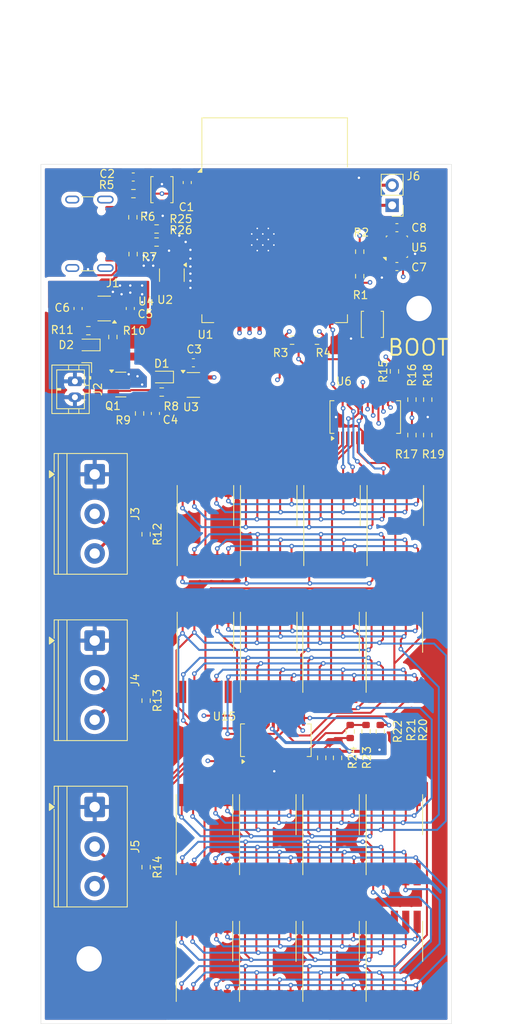
<source format=kicad_pcb>
(kicad_pcb (version 20241229) (generator "pcbnew") (generator_version "9.0")
  (layers (0 "F.Cu" signal) (4 "In1.Cu" signal) (6 "In2.Cu" signal) (2 "B.Cu" signal) (13 "F.Paste" user) (15 "B.Paste" user) (5 "F.SilkS" user "F.Silkscreen") (7 "B.SilkS" user "B.Silkscreen") (1 "F.Mask" user) (3 "B.Mask" user) (25 "Edge.Cuts" user))
  (net 0 "")
  (net 1 "+3V3")
  (net 2 "GND")
  (net 3 "/EN")
  (net 4 "Net-(D1-K)")
  (net 5 "+BATT")
  (net 6 "VBUS")
  (net 7 "Net-(U5-CSB)")
  (net 8 "Net-(D2-K)")
  (net 10 "Net-(J1-CC1)")
  (net 13 "Net-(J1-CC2)")
  (net 15 "/ONEWIRE_0")
  (net 16 "/ONEWIRE_1")
  (net 17 "/ONEWIRE_2")
  (net 18 "Net-(J6-Pin_1)")
  (net 19 "Net-(J6-Pin_2)")
  (net 20 "/SDA0")
  (net 21 "/SCL0")
  (net 22 "/SDA1")
  (net 23 "/SCL1")
  (net 24 "Net-(U3-EN)")
  (net 25 "Net-(U4-STAT)")
  (net 26 "Net-(U4-PROG)")
  (net 27 "Net-(U6-ISET)")
  (net 28 "Net-(U6-KEYA)")
  (net 29 "Net-(U6-KEYB)")
  (net 30 "Net-(U15-ISET)")
  (net 31 "Net-(U15-KEYA)")
  (net 32 "Net-(U15-KEYB)")
  (net 33 "/BOOT")
  (net 43 "/LED_DRIVER_IRQ1")
  (net 46 "/USB_D+")
  (net 52 "/LED_DRIVER_IRQ0")
  (net 53 "/USB_D-")
  (net 59 "/DIG3A")
  (net 60 "/DIG5A")
  (net 61 "/DIG6A")
  (net 62 "/SEGG")
  (net 63 "/SEGDP")
  (net 64 "/DIG1A")
  (net 65 "/SEGA")
  (net 66 "/SEGB")
  (net 67 "/SEGD")
  (net 68 "/DIG0A")
  (net 69 "/SEGE")
  (net 70 "/DIG4A")
  (net 71 "/SEGC")
  (net 72 "/SEGF")
  (net 73 "/DIG7A")
  (net 74 "/DIG2A")
  (net 75 "/DIG4B")
  (net 76 "/DIG7B")
  (net 77 "/DIG2B")
  (net 78 "/DIG5B")
  (net 79 "/DIG3B")
  (net 80 "/DIG1B")
  (net 81 "/DIG0B")
  (net 82 "/DIG6B")
  (net 83 "/000-")
  (net 84 "/001-")
  (net 85 "/001+")
  (net 86 "/000+")
  (footprint "Capacitor_SMD:C_0603_1608Metric" (layer "F.Cu") (at 148.2 65.1 90)
    (property "Reference" "C1")
    (property "Value" "100n")
  )
  (footprint "Resistor_SMD:R_0603_1608Metric" (layer "F.Cu") (at 144.323432 72.613815)
    (property "Reference" "R26")
    (property "Value" "22" (hide yes))
  )
  (footprint "Capacitor_SMD:C_0603_1608Metric" (layer "F.Cu") (at 174.7 70.8 180)
    (property "Reference" "C8")
    (property "Value" "1u")
  )
  (footprint "Button_Switch_SMD:SW_SPST_B3U-1000P" (layer "F.Cu") (at 145 66 -90)
    (property "Reference" "SW2" (hide yes))
    (property "Value" "SW_Push" (hide yes))
  )
  (footprint "Resistor_SMD:R_0603_1608Metric" (layer "F.Cu") (at 141.35531 74.131346 -90)
    (property "Reference" "R7")
    (property "Value" "5k1" (hide yes))
  )
  (footprint "Display_7Segment:KCSC02-105" (layer "F.Cu") (at 174.5 108.4 -90)
    (property "Reference" "U10" (hide yes))
    (property "Value" "KCSC02-105" (hide yes))
  )
  (footprint "Display_7Segment:KCSC02-105" (layer "F.Cu") (at 150.38 147.42 -90)
    (property "Reference" "U16" (hide yes))
    (property "Value" "KCSC02-105" (hide yes))
  )
  (footprint "Display_7Segment:KCSC02-105" (layer "F.Cu") (at 166.38 147.42 -90)
    (property "Reference" "U18" (hide yes))
    (property "Value" "KCSC02-105" (hide yes))
  )
  (footprint "Package_TO_SOT_SMD:SOT-23" (layer "F.Cu") (at 139.8 90.6)
    (property "Reference" "Q1")
    (property "Value" "DMG2302U")
  )
  (footprint "Package_SO:QSOP-24_3.9x8.7mm_P0.635mm" (layer "F.Cu") (at 159.4 135.5 90)
    (property "Reference" "U15")
    (property "Value" "AS1115-BSST")
  )
  (footprint "Display_7Segment:KCSC02-105" (layer "F.Cu") (at 158.5 108.4 -90)
    (property "Reference" "U8" (hide yes))
    (property "Value" "KCSC02-105" (hide yes))
  )
  (footprint "Package_TO_SOT_SMD:SOT-23-6" (layer "F.Cu") (at 146.252877 76.789555 -90)
    (property "Reference" "U2")
    (property "Value" "USBLC6-2SC6" (hide yes))
  )
  (footprint "Resistor_SMD:R_0603_1608Metric" (layer "F.Cu") (at 135.7 83.8)
    (property "Reference" "R11")
    (property "Value" "10k")
  )
  (footprint "Resistor_SMD:R_0603_1608Metric" (layer "F.Cu") (at 138.8 84.6 90)
    (property "Reference" "R10")
    (property "Value" "470")
  )
  (footprint "Package_TO_SOT_SMD:SOT-23-5" (layer "F.Cu") (at 137.7 81 180)
    (property "Reference" "U4")
    (property "Value" "MCP73831-2-OT")
  )
  (footprint "Capacitor_SMD:C_0603_1608Metric" (layer "F.Cu") (at 141.375 64.4)
    (property "Reference" "C2")
    (property "Value" "1u")
  )
  (footprint "Display_7Segment:KCSC02-105" (layer "F.Cu") (at 174.38 147.42 -90)
    (property "Reference" "U19" (hide yes))
    (property "Value" "KCSC02-105" (hide yes))
  )
  (footprint "Resistor_SMD:R_0603_1608Metric" (layer "F.Cu") (at 167.2 137.725 -90)
    (property "Reference" "R23")
    (property "Value" "10k")
  )
  (footprint "Resistor_SMD:R_0603_1608Metric" (layer "F.Cu") (at 161.45 85)
    (property "Reference" "R3")
    (property "Value" "4k7")
  )
  (footprint "Capacitor_SMD:C_0603_1608Metric" (layer "F.Cu") (at 144.175 94.25 90)
    (property "Reference" "C4")
    (property "Value" "1u")
  )
  (footprint "Display_7Segment:KCSC02-105" (layer "F.Cu") (at 174.38 163.42 -90)
    (property "Reference" "U23" (hide yes))
    (property "Value" "KCSC02-105" (hide yes))
  )
  (footprint "PCM_SL_Mechanical:MountingHole_3.2mm_Pad" (layer "F.Cu") (at 135.8 163.1)
    (property "Reference" "H3" (hide yes))
    (property "Value" "MountingHole_M3_3.2mm_Pad")
  )
  (footprint "Package_TO_SOT_SMD:SOT-23-5" (layer "F.Cu") (at 148.975 90.65)
    (property "Reference" "U3")
    (property "Value" "AP2112K-3.3")
  )
  (footprint "PCM_SL_Mechanical:MountingHole_3.2mm_Pad" (layer "F.Cu") (at 177.5 81)
    (property "Reference" "H1" (hide yes))
    (property "Value" "MountingHole_M3_3.2mm_Pad")
  )
  (footprint "Resistor_SMD:R_0603_1608Metric" (layer "F.Cu") (at 176.6 96.975 -90)
    (property "Reference" "R17")
    (property "Value" "10k")
  )
  (footprint "TerminalBlock_Phoenix:TerminalBlock_Phoenix_PT-1,5-3-5.0-H_1x03_P5.00mm_Horizontal" (layer "F.Cu") (at 136.5 101.925 -90)
    (property "Reference" "J3")
    (property "Value" "Screw_Terminal_3_P5.00mm" (hide yes))
  )
  (footprint "Resistor_SMD:R_0603_1608Metric" (layer "F.Cu") (at 176.6 92.5 90)
    (property "Reference" "R16")
    (property "Value" "10k")
  )
  (footprint "LED_SMD:LED_0603_1608Metric" (layer "F.Cu") (at 135.7 85.6 180)
    (property "Reference" "D2")
    (property "Value" "LED")
  )
  (footprint "Display_7Segment:KCSC02-105" (layer "F.Cu") (at 158.38 163.42 -90)
    (property "Reference" "U21" (hide yes))
    (property "Value" "KCSC02-105" (hide yes))
  )
  (footprint "Package_LGA:Bosch_LGA-8_2.5x2.5mm_P0.65mm_ClockwisePinNumbering" (layer "F.Cu") (at 174.7 73.2 90)
    (property "Reference" "U5")
    (property "Value" "BME280")
  )
  (footprint "Button_Switch_SMD:SW_SPST_B3U-1000P" (layer "F.Cu") (at 171.6 83 90)
    (property "Reference" "SW1" (hide yes))
    (property "Value" "SW_Push" (hide yes))
  )
  (footprint "Resistor_SMD:R_0603_1608Metric" (layer "F.Cu") (at 143 130.5 -90)
    (property "Reference" "R13")
    (property "Value" "5k1")
  )
  (footprint "Resistor_SMD:R_0603_1608Metric" (layer "F.Cu") (at 172.6 134.4 -90)
    (property "Reference" "R20")
    (property "Value" "13k3")
  )
  (footprint "TerminalBlock_Phoenix:TerminalBlock_Phoenix_PT-1,5-3-5.0-H_1x03_P5.00mm_Horizontal" (layer "F.Cu") (at 136.5 143.925 -90)
    (property "Reference" "J5")
    (property "Value" "Screw_Terminal_3_P5.00mm" (hide yes))
  )
  (footprint "Display_7Segment:KCSC02-105" (layer "F.Cu") (at 166.5 108.4 -90)
    (property "Reference" "U9" (hide yes))
    (property "Value" "KCSC02-105" (hide yes))
  )
  (footprint "Package_SO:QSOP-24_3.9x8.7mm_P0.635mm" (layer "F.Cu") (at 170.7 94.7 90)
    (property "Reference" "U6")
    (property "Value" "AS1115-BSST")
  )
  (footprint "Display_7Segment:KCSC02-105" (layer "F.Cu") (at 150.5 124.4 -90)
    (property "Reference" "U11" (hide yes))
    (property "Value" "KCSC02-105" (hide yes))
  )
  (footprint "Resistor_SMD:R_0603_1608Metric" (layer "F.Cu") (at 142.175 94.25 -90)
    (property "Reference" "R9")
    (property "Value" "100k")
  )
  (footprint "Connector_JST:JST_PH_B2B-PH-K_1x02_P2.00mm_Vertical" (layer "F.Cu") (at 134 90.2 -90)
    (property "Reference" "J2")
    (property "Value" "Conn_01x02_Pin")
  )
  (footprint "Capacitor_SMD:C_0603_1608Metric" (layer "F.Cu") (at 134.4 81 -90)
    (property "Reference" "C6")
    (property "Value" "4u7")
  )
  (footprint "RF_Module:ESP32-S3-WROOM-1" (layer "F.Cu") (at 159.25 69.83)
    (property "Reference" "U1")
    (property "Value" "ESP32-S3-WROOM-1")
  )
  (footprint "Resistor_SMD:R_0603_1608Metric" (layer "F.Cu") (at 144.327497 70.960433)
    (property "Reference" "R25")
    (property "Value" "22" (hide yes))
  )
  (footprint "Resistor_SMD:R_0603_1608Metric" (layer "F.Cu") (at 141.325991 69.485908 90)
    (property "Reference" "R6")
    (property "Value" "5k1" (hide yes))
  )
  (footprint "Display_7Segment:KCSC02-105" (layer "F.Cu") (at 166.38 163.42 -90)
    (property "Reference" "U22" (hide yes))
    (property "Value" "KCSC02-105" (hide yes))
  )
  (footprint "Display_7Segment:KCSC02-105" (layer "F.Cu") (at 150.5 108.4 -90)
    (property "Reference" "U7" (hide yes))
    (property "Value" "KCSC02-105" (hide yes))
  )
  (footprint "Resistor_SMD:R_0603_1608Metric" (layer "F.Cu") (at 143 109.5 -90)
    (property "Reference" "R12")
    (property "Value" "5k1")
  )
  (footprint "TerminalBlock_Phoenix:TerminalBlock_Phoenix_PT-1,5-3-5.0-H_1x03_P5.00mm_Horizontal" (layer "F.Cu") (at 136.5 122.925 -90)
    (property "Reference" "J4")
    (property "Value" "Screw_Terminal_3_P5.00mm" (hide yes))
  )
  (footprint "Display_7Segment:KCSC02-105" (layer "F.Cu") (at 166.38 124.4 -90)
    (property "Reference" "U13" (hide yes))
    (property "Value" "KCSC02-105" (hide yes))
  )
  (footprint "Resistor_SMD:R_0603_1608Metric" (layer "F.Cu") (at 170 73.825 -90)
    (property "Reference" "R2")
    (property "Value" "4k7")
  )
  (footprint "Resistor_SMD:R_0603_1608Metric" (layer "F.Cu") (at 141.4 66.5 180)
    (property "Reference" "R5")
    (property "Value" "5k1")
  )
  (footprint "Display_7Segment:KCSC02-105" (layer "F.Cu") (at 158.38 147.42 -90)
    (property "Reference" "U17" (hide yes))
    (property "Value" "KCSC02-105" (hide yes))
  )
  (footprint "Resistor_SMD:R_0603_1608Metric" (layer "F.Cu") (at 170 76.925 90)
    (property "Reference" "R1")
    (property "Value" "4k7")
  )
  (footprint "Resistor_SMD:R_0603_1608Metric" (layer "F.Cu") (at 170.8 134.4 90)
    (property "Reference" "R21")
    (property "Value" "10k")
  )
  (footprint "Resistor_SMD:R_0603_1608Metric" (layer "F.Cu") (at 174.3925 88.9375 90)
    (property "Reference" "R15")
    (property "Value" "13k3")
  )
  (footprint "Resistor_SMD:R_0603_1608Metric" (layer "F.Cu") (at 178.5925 96.975 90)
    (property "Reference" "R19")
    (property "Value" "0" (hide yes))
  )
  (footprint "Display_7Segment:KCSC02-105" (layer "F.Cu") (at 150.38 163.42 -90)
    (property "Reference" "U20" (hide yes))
    (property "Value" "KCSC02-105" (hide yes))
  )
  (footprint "Display_7Segment:KCSC02-105" (layer "F.Cu") (at 158.5 124.4 -90)
    (property "Reference" "U12" (hide yes))
    (property "Value" "KCSC02-105" (hide yes))
  )
  (footprint "Capacitor_SMD:C_0603_1608Metric" (layer "F.Cu") (at 174.7 75.7 180)
    (property "Reference" "C7")
    (property "Value" "1u")
  )
  (footprint "Display_7Segment:KCSC02-105" (layer "F.Cu") (at 174.38 124.4 -90)
    (property "Reference" "U14" (hide yes))
    (property "Value" "KCSC02-105" (hide yes))
  )
  (footprint "Resistor_SMD:R_0603_1608Metric" (layer "F.Cu") (at 164.6 85 180)
    (property "Reference" "R4")
    (property "Value" "4k7")
  )
  (footprint "Connector_PinHeader_2.54mm:PinHeader_1x02_P2.54mm_Vertical" (layer "F.Cu") (at 174.1 67.975 180)
    (property "Reference" "J6")
    (property "Value" "Conn_01x02_Pin")
  )
  (footprint "Resistor_SMD:R_0603_1608Metric" (layer "F.Cu") (at 168.8 134.4 -90)
    (property "Reference" "R22")
    (property "Value" "0")
  )
  (footprint "Resistor_SMD:R_0603_1608Metric" (layer "F.Cu") (at 178.6 92.5 -90)
    (property "Reference" "R18")
    (property "Value" "0")
  )
  (footprint "Connector_USB:USB_C_Receptacle_GCT_USB4105-xx-A_16P_TopMnt_Horizontal" (layer "F.Cu") (at 134.743686 71.566741 -90)
    (property "Reference" "J1")
    (property "Value" "USB_C_Receptacle_USB2.0_16P" (hide yes))
  )
  (footprint "Resistor_SMD:R_0603_1608Metric" (layer "F.Cu") (at 143 151.525 -90)
    (property "Reference" "R14")
    (property "Value" "5k1")
  )
  (footprint "Resistor_SMD:R_0603_1608Metric" (layer "F.Cu") (at 165.2 137.725 90)
    (property "Reference" "R24")
    (property "Value" "0")
  )
  (footprint "Capacitor_SMD:C_0603_1608Metric" (layer "F.Cu") (at 148.975 87.85 180)
    (property "Reference" "C3")
    (property "Value" "1u")
  )
  (footprint "Diode_SMD:D_0603_1608Metric" (layer "F.Cu") (at 144.975 89.65 180)
    (property "Reference" "D1")
    (property "Value" "D_Schottky")
  )
  (footprint "Capacitor_SMD:C_0603_1608Metric" (layer "F.Cu") (at 141 81 -90)
    (property "Reference" "C5")
    (property "Value" "4u7")
  )
  (footprint "Resistor_SMD:R_0603_1608Metric" (layer "F.Cu") (at 144.975 91.55)
    (property "Reference" "R8")
    (property "Value" "100k")
  )
  (gr_rect (start 129.7 62.8) (end 181.6 171.3) (stroke (width 0.05)) (fill no) (layer "Edge.Cuts"))
  (gr_text "BOOT" (at 173.4 87.1 0) (layer "F.SilkS") (effects (font (size 2 2) (thickness 0.25)) (justify left bottom)))
  (segment (start 175.475 71.975) (end 175.725 72.225) (width 0.254) (layer "F.Cu") (net 1))
  (segment (start 167.2 136.9) (end 168.7 136.9) (width 0.381) (layer "F.Cu") (net 1))
  (segment (start 172.8 135.225) (end 170.8 135.225) (width 0.254) (layer "F.Cu") (net 1))
  (segment (start 160.625 85) (end 160.625 84.375) (width 0.254) (layer "F.Cu") (net 1))
  (segment (start 149.8 89.3875) (end 149.8 87.9) (width 0.508) (layer "F.Cu") (net 1))
  (segment (start 170 77.75) (end 171.25 77.75) (width 0.254) (layer "F.Cu") (net 1))
  (segment (start 165.425 85) (end 165.425 84.425) (width 0.254) (layer "F.Cu") (net 1))
  (segment (start 150.1125 89.7) (end 149.8 89.3875) (width 0.508) (layer "F.Cu") (net 1))
  (segment (start 149.8 87.9) (end 149.75 87.85) (width 0.508) (layer "F.Cu") (net 1))
  (segment (start 148.2 65.875) (end 148.075 65.875) (width 0.254) (layer "F.Cu") (net 1))
  (segment (start 175.475 74.425) (end 175.725 74.175) (width 0.254) (layer "F.Cu") (net 1))
  (segment (start 147.45 66.5) (end 145 66.5) (width 0.254) (layer "F.Cu") (net 1))
  (segment (start 170 73) (end 170 71.8) (width 0.254) (layer "F.Cu") (net 1))
  (segment (start 175.221 72.875) (end 175.147 72.949) (width 0.254) (layer "F.Cu") (net 1))
  (segment (start 159.0825 132.8625) (end 159.0825 133.922483) (width 0.381) (layer "F.Cu") (net 1))
  (segment (start 170.3825 92.0625) (end 170.3825 90.3175) (width 0.254) (layer "F.Cu") (net 1))
  (segment (start 151.6 89.7) (end 150.1125 89.7) (width 0.508) (layer "F.Cu") (net 1))
  (segment (start 176.6 93.325) (end 176.6 94.8) (width 0.254) (layer "F.Cu") (net 1))
  (segment (start 165.425 84.425) (end 164.9 83.9) (width 0.254) (layer "F.Cu") (net 1))
  (segment (start 170.8 135.225) (end 170.8 136.9) (width 0.381) (layer "F.Cu") (net 1))
  (segment (start 175.475 70.8) (end 175.475 71.975) (width 0.254) (layer "F.Cu") (net 1))
  (segment (start 138.1 110.325) (end 136.5 111.925) (width 0.381) (layer "F.Cu") (net 1))
  (segment (start 148.2 65.875) (end 150.465 65.875) (width 0.254) (layer "F.Cu") (net 1))
  (segment (start 175.147 74.101) (end 175.221 74.175) (width 0.254) (layer "F.Cu") (net 1))
  (segment (start 143.1 152.35) (end 138.075 152.35) (width 0.381) (layer "F.Cu") (net 1))
  (segment (start 174.3125 88.1125) (end 173.3 87.1) (width 0.254) (layer "F.Cu") (net 1))
  (segment (start 175.475 76.975) (end 175.5 77) (width 0.254) (layer "F.Cu") (net 1))
  (segment (start 175.475 75.7) (end 175.475 76.975) (width 0.254) (layer "F.Cu") (net 1))
  (segment (start 142.8 131.325) (end 138.1 131.325) (width 0.381) (layer "F.Cu") (net 1))
  (segment (start 168.7 136.9) (end 170.8 136.9) (width 0.381) (layer "F.Cu") (net 1))
  (segment (start 160.625 84.375) (end 161.1 83.9) (width 0.254) (layer "F.Cu") (net 1))
  (segment (start 138.075 152.35) (end 136.5 153.925) (width 0.381) (layer "F.Cu") (net 1))
  (segment (start 175.475 75.7) (end 175.475 74.425) (width 0.254) (layer "F.Cu") (net 1))
  (segment (start 175.221 74.175) (end 175.725 74.175) (width 0.254) (layer "F.Cu") (net 1))
  (segment (start 148.075 65.875) (end 147.45 66.5) (width 0.254) (layer "F.Cu") (net 1))
  (segment (start 176.6 94.8) (end 176.6 96.15) (width 0.254) (layer "F.Cu") (net 1))
  (segment (start 175.147 72.949) (end 175.147 74.101) (width 0.254) (layer "F.Cu") (net 1))
  (segment (start 143 110.325) (end 138.1 110.325) (width 0.381) (layer "F.Cu") (net 1))
  (segment (start 138.1 131.325) (end 136.5 132.925) (width 0.381) (layer "F.Cu") (net 1))
  (segment (start 174.3925 88.1125) (end 174.3125 88.1125) (width 0.254) (layer "F.Cu") (net 1))
  (segment (start 150.465 65.875) (end 150.5 65.84) (width 0.254) (layer "F.Cu") (net 1))
  (segment (start 171.25 77.75) (end 171.3 77.7) (width 0.254) (layer "F.Cu") (net 1))
  (segment (start 159.0825 133.922483) (end 158.931983 134.073) (width 0.381) (layer "F.Cu") (net 1))
  (segment (start 175.725 72.875) (end 175.221 72.875) (width 0.254) (layer "F.Cu") (net 1))
  (segment (start 145 66.5) (end 142.225 66.5) (width 0.254) (layer "F.Cu") (net 1))
  (segment (start 175.725 72.225) (end 175.725 72.875) (width 0.254) (layer "F.Cu") (net 1))
  (segment (start 170.3825 90.3175) (end 170.4 90.3) (width 0.254) (layer "F.Cu") (net 1))
  (via (at 175.5 77) (size 0.6) (drill 0.3) (layers "F.Cu" "B.Cu") (net 1))
  (via (at 151.6 89.7) (size 0.6) (drill 0.3) (layers "F.Cu" "B.Cu") (net 1))
  (via (at 161.1 83.9) (size 0.6) (drill 0.3) (layers "F.Cu" "B.Cu") (net 1))
  (via (at 168.7 136.9) (size 0.6) (drill 0.3) (layers "F.Cu" "B.Cu") (net 1))
  (via (at 145 66.5) (size 0.6) (drill 0.3) (layers "F.Cu" "B.Cu") (net 1))
  (via (at 173.3 87.1) (size 0.6) (drill 0.3) (layers "F.Cu" "B.Cu") (net 1))
  (via (at 172.5 136.7) (size 0.6) (drill 0.3) (layers "F.Cu" "B.Cu") (net 1))
  (via (at 170.4 90.3) (size 0.6) (drill 0.3) (layers "F.Cu" "B.Cu") (net 1))
  (via (at 170 71.8) (size 0.6) (drill 0.3) (layers "F.Cu" "B.Cu") (net 1))
  (via (at 158.931983 134.073) (size 0.6) (drill 0.3) (layers "F.Cu" "B.Cu") (net 1))
  (via (at 176.6 94.8) (size 0.6) (drill 0.3) (layers "F.Cu" "B.Cu") (net 1))
  (via (at 164.9 83.9) (size 0.6) (drill 0.3) (layers "F.Cu" "B.Cu") (net 1))
  (via (at 171.3 77.7) (size 0.6) (drill 0.3) (layers "F.Cu" "B.Cu") (net 1))
  (segment (start 158.931983 134.073) (end 160.658983 135.8) (width 0.381) (layer "B.Cu") (net 1))
  (segment (start 167.6 135.8) (end 168.7 136.9) (width 0.381) (layer "B.Cu") (net 1))
  (segment (start 160.658983 135.8) (end 167.6 135.8) (width 0.381) (layer "B.Cu") (net 1))
  (segment (start 145 64.3) (end 145 65.3) (width 0.254) (layer "F.Cu") (net 2))
  (segment (start 159.0825 139.3005) (end 159.2 139.418) (width 0.254) (layer "F.Cu") (net 2))
  (segment (start 150.5 64.57) (end 148.445 64.57) (width 0.254) (layer "F.Cu") (net 2))
  (segment (start 134.875 82.25) (end 134.4 81.775) (width 0.508) (layer "F.Cu") (net 2))
  (segment (start 136.420488 76.8) (end 138.656396 76.8) (width 0.254) (layer "F.Cu") (net 2))
  (segment (start 142.25 64.3) (end 142.15 64.4) (width 0.254) (layer "F.Cu") (net 2))
  (segment (start 145.1 64.3) (end 145.125 64.325) (width 0.254) (layer "F.Cu") (net 2))
  (segment (start 173.675 74.175) (end 172.8 75.05) (width 0.254) (layer "F.Cu") (net 2))
  (segment (start 172.8 78.4) (end 172.8 77.1) (width 0.254) (layer "F.Cu") (net 2))
  (segment (start 146.252877 75.652055) (end 146.252877 76.044705) (width 0.254) (layer "F.Cu") (net 2))
  (segment (start 159.0825 138.1375) (end 159.0825 139.3005) (width 0.254) (layer "F.Cu") (net 2))
  (segment (start 148.557445 76.642555) (end 148.6 76.6) (width 0.254) (layer "F.Cu") (net 2))
  (segment (start 165.2 136.9) (end 166.122 137.822) (width 0.254) (layer "F.Cu") (net 2))
  (segment (start 169.685499 95.828) (end 168.128 95.828) (width 0.254) (layer "F.Cu") (net 2))
  (segment (start 139.233365 74.933365) (end 139.066741 74.766741) (width 0.254) (layer "F.Cu") (net 2))
  (segment (start 145 64.3) (end 145.1 64.3) (width 0.254) (layer "F.Cu") (net 2))
  (segment (start 175.725 73.525) (end 176.425 73.525) (width 0.254) (layer "F.Cu") (net 2))
  (segment (start 168.128 95.828) (end 167 94.7) (width 0.254) (layer "F.Cu") (net 2))
  (segment (start 142.778184 68.9) (end 142.539092 68.660908) (width 0.2) (layer "F.Cu") (net 2))
  (segment (start 148.978743 90.171256) (end 148.978743 88.628743) (width 0.508) (layer "F.Cu") (net 2))
  (segment (start 166.875 135.225) (end 168.8 135.225) (width 0.254) (layer "F.Cu") (net 2))
  (segment (start 138.656396 76.8) (end 139.233365 76.223031) (width 0.254) (layer "F.Cu") (net 2))
  (segment (start 175.4 81) (end 172.8 78.4) (width 0.254) (layer "F.Cu") (net 2))
  (segment (start 148.978743 88.628743) (end 148.2 87.85) (width 0.508) (layer "F.Cu") (net 2))
  (segment (start 178.6 94.7) (end 178.6 96.1425) (width 0.254) (layer "F.Cu") (net 2))
  (segment (start 147.8375 90.65) (end 148.499999 90.65) (width 0.508) (layer "F.Cu") (net 2))
  (segment (start 177.5 81) (end 175.4 81) (width 0.254) (layer "F.Cu") (net 2))
  (segment (start 169.83 64.57) (end 169.9 64.5) (width 0.254) (layer "F.Cu") (net 2))
  (segment (start 139.8 81) (end 138.8375 81) (width 0.508) (layer "F.Cu") (net 2))
  (segment (start 141.031824 68.366741) (end 141.325991 68.660908) (width 0.2) (layer "F.Cu") (net 2))
  (segment (start 165.2 136.9) (end 166.875 135.225) (width 0.254) (layer "F.Cu") (net 2))
  (segment (start 168 64.57) (end 169.83 64.57) (width 0.254) (layer "F.Cu") (net 2))
  (segment (start 148.445 64.57) (end 148.2 64.325) (width 0.254) (layer "F.Cu") (net 2))
  (segment (start 139.233365 76.223031) (end 139.233365 74.933365) (width 0.254) (layer "F.Cu") (net 2))
  (segment (start 171.6 84.7) (end 171.5 84.8) (width 0.254) (layer "F.Cu") (net 2))
  (segment (start 176.425 73.525) (end 177 74.1) (width 0.254) (layer "F.Cu") (net 2))
  (segment (start 135.175 81) (end 138.8375 81) (width 0.508) (layer "F.Cu") (net 2))
  (segment (start 172.8 75.05) (end 172.8 77.1) (width 0.254) (layer "F.Cu") (net 2))
  (segment (start 145 64.3) (end 142.25 64.3) (width 0.254) (layer "F.Cu") (net 2))
  (segment (start 135.660244 76.039756) (end 136.420488 76.8) (width 0.254) (layer "F.Cu") (net 2))
  (segment (start 170.3825 97.3375) (end 170.3825 96.525001) (width 0.254) (layer "F.Cu") (net 2))
  (segment (start 138.423686 68.366741) (end 141.031824 68.366741) (width 0.2) (layer "F.Cu") (net 2))
  (segment (start 171.5 84.8) (end 168.9 84.8) (width 0.254) (layer "F.Cu") (net 2))
  (segment (start 141 81.775) (end 140.575 81.775) (width 0.508) (layer "F.Cu") (net 2))
  (segment (start 139.066741 74.766741) (end 138.423686 74.766741) (width 0.254) (layer "F.Cu") (net 2))
  (segment (start 146.850727 76.642555) (end 148.557445 76.642555) (width 0.254) (layer "F.Cu") (net 2))
  (segment (start 178.6 93.325) (end 178.6 94.7) (width 0.254) (layer "F.Cu") (net 2))
  (segment (start 178.6 96.1425) (end 178.5925 96.15) (width 0.254) (layer "F.Cu") (net 2))
  (segment (start 148.499999 90.65) (end 148.978743 90.171256) (width 0.508) (layer "F.Cu") (net 2))
  (segment (start 145.125 64.325) (end 148.2 64.325) (width 0.254) (layer "F.Cu") (net 2))
  (segment (start 166.122 137.822) (end 168.222 137.822) (width 0.254) (layer "F.Cu") (net 2))
  (segment (start 143 68.9) (end 142.778184 68.9) (width 0.2) (layer "F.Cu") (net 2))
  (segment (start 134.4 81.775) (end 135.175 81) (width 0.508) (layer "F.Cu") (net 2))
  (segment (start 170.3825 96.525001) (end 169.685499 95.828) (width 0.254) (layer "F.Cu") (net 2))
  (segment (start 146.252877 76.044705) (end 146.850727 76.642555) (width 0.254) (layer "F.Cu") (net 2))
  (segment (start 168.222 137.822) (end 168.8 138.4) (width 0.254) (layer "F.Cu") (net 2))
  (segment (start 140.575 81.775) (end 139.8 81) (width 0.508) (layer "F.Cu") (net 2))
  (segment (start 134.875 83.8) (end 134.875 82.25) (width 0.508) (layer "F.Cu") (net 2))
  (segment (start 142.539092 68.660908) (end 141.325991 68.660908) (width 0.2) (layer "F.Cu") (net 2))
  (via (at 148.6 73.6) (size 0.6) (drill 0.3) (layers "F.Cu" "B.Cu") (net 2))
  (via (at 142.7 74.3) (size 0.6) (drill 0.3) (layers "F.Cu" "B.Cu") (net 2))
  (via (at 148.6 74.7) (size 0.6) (drill 0.3) (layers "F.Cu" "B.Cu") (net 2))
  (via (at 159.2 139.418) (size 0.6) (drill 0.3) (layers "F.Cu" "B.Cu") (net 2))
  (via (at 178.6 94.7) (size 0.6) (drill 0.3) (layers "F.Cu" "B.Cu") (net 2))
  (via (at 143.9 74.3) (size 0.6) (drill 0.3) (layers "F.Cu" "B.Cu") (net 2))
  (via (at 143 68.9) (size 0.6) (drill 0.3) (layers "F.Cu" "B.Cu") (net 2))
  (via (at 135.660244 76.039756) (size 0.6) (drill 0.3) (layers "F.Cu" "B.Cu") (net 2))
  (via (at 145.9 73.7) (size 0.6) (drill 0.3) (layers "F.Cu" "B.Cu") (net 2))
  (via (at 168.8 138.4) (size 0.6) (drill 0.3) (layers "F.Cu" "B.Cu") (net 2))
  (via (at 172.8 77.1) (size 0.6) (drill 0.3) (layers "F.Cu" "B.Cu") (net 2))
  (via (at 148.6 78.4) (size 0.6) (drill 0.3) (layers "F.Cu" "B.Cu") (net 2))
  (via (at 145 65.3) (size 0.6) (drill 0.3) (layers "F.Cu" "B.Cu") (net 2))
  (via (at 145.1 69.3) (size 0.6) (drill 0.3) (layers "F.Cu" "B.Cu") (net 2))
  (via (at 148.6 76.6) (size 0.6) (drill 0.3) (layers "F.Cu" "B.Cu") (net 2))
  (via (at 142.7 75.6) (size 0.6) (drill 0.3) (layers "F.Cu" "B.Cu") (net 2))
  (via (at 143.3 74.9) (size 0.6) (drill 0.3) (layers "F.Cu" "B.Cu") (net 2))
  (via (at 148.6 75.7) (size 0.6) (drill 0.3) (layers "F.Cu" "B.Cu") (net 2))
  (via (at 168.9 84.8) (size 0.6) (drill 0.3) (layers "F.Cu" "B.Cu") (net 2))
  (via (at 147.2 71.8) (size 0.6) (drill 0.3) (layers "F.Cu" "B.Cu") (net 2))
  (via (at 177 74.1) (size 0.6) (drill 0.3) (layers "F.Cu" "B.Cu") (net 2))
  (via (at 143.9 75.6) (size 0.6) (drill 0.3) (layers "F.Cu" "B.Cu") (net 2))
  (via (at 167 94.7) (size 0.6) (drill 0.3) (layers "F.Cu" "B.Cu") (net 2))
  (via (at 146.4 71) (size 0.6) (drill 0.3) (layers "F.Cu" "B.Cu") (net 2))
  (via (at 169.9 64.5) (size 0.6) (drill 0.3) (layers "F.Cu" "B.Cu") (net 2))
  (via (at 148 72.6) (size 0.6) (drill 0.3) (layers "F.Cu" "B.Cu") (net 2))
  (via (at 148.6 77.5) (size 0.6) (drill 0.3) (layers "F.Cu" "B.Cu") (net 2))
  (segment (start 150.5 67.11) (end 150.49 67.1) (width 0.254) (layer "F.Cu") (net 3))
  (segment (start 144.9 67.6) (end 141.2 67.6) (width 0.254) (layer "F.Cu") (net 3))
  (segment (start 141.2 67.6) (end 140.575 66.975) (width 0.254) (layer "F.Cu") (net 3))
  (segment (start 145.1 67.6) (end 145 67.7) (width 0.254) (layer "F.Cu") (net 3))
  (segment (start 140.575 66.975) (end 140.575 66.5) (width 0.254) (layer "F.Cu") (net 3))
  (segment (start 140.575 64.425) (end 140.6 64.4) (width 0.254) (layer "F.Cu") (net 3))
  (segment (start 148.9 67.6) (end 145.1 67.6) (width 0.254) (layer "F.Cu") (net 3))
  (segment (start 150.49 67.1) (end 149.4 67.1) (width 0.254) (layer "F.Cu") (net 3))
  (segment (start 149.4 67.1) (end 148.9 67.6) (width 0.254) (layer "F.Cu") (net 3))
  (segment (start 140.575 66.5) (end 140.575 64.425) (width 0.254) (layer "F.Cu") (net 3))
  (segment (start 145 67.7) (end 144.9 67.6) (width 0.254) (layer "F.Cu") (net 3))
  (segment (start 141.1 91.3) (end 144.1125 91.3) (width 0.254) (layer "F.Cu") (net 4))
  (segment (start 139.0125 91.4) (end 141 91.4) (width 0.254) (layer "F.Cu") (net 4))
  (segment (start 144.1125 91.3) (end 145.20625 90.20625) (width 0.254) (layer "F.Cu") (net 4))
  (segment (start 144.175 91.575) (end 144.15 91.55) (width 0.508) (layer "F.Cu") (net 4))
  (segment (start 144.175 93.475) (end 144.175 91.575) (width 0.508) (layer "F.Cu") (net 4))
  (segment (start 141 91.4) (end 141.1 91.3) (width 0.254) (layer "F.Cu") (net 4))
  (segment (start 144.15 91.2625) (end 145.20625 90.20625) (width 0.508) (layer "F.Cu") (net 4))
  (segment (start 138.8625 91.55) (end 139.0125 91.4) (width 0.254) (layer "F.Cu") (net 4))
  (segment (start 144.15 91.55) (end 144.15 91.2625) (width 0.508) (layer "F.Cu") (net 4))
  (segment (start 145.20625 90.20625) (end 145.7625 89.65) (width 0.508) (layer "F.Cu") (net 4))
  (segment (start 144.1 91.5) (end 144.15 91.55) (width 0.254) (layer "F.Cu") (net 4))
  (segment (start 145.7625 89.65) (end 147.7875 89.65) (width 0.508) (layer "F.Cu") (net 4))
  (segment (start 138.8625 91.55) (end 138.9125 91.5) (width 0.254) (layer "F.Cu") (net 4))
  (segment (start 147.7875 89.65) (end 147.8375 89.7) (width 0.508) (layer "F.Cu") (net 4))
  (segment (start 140.7375 90.6) (end 142.5 90.6) (width 0.254) (layer "F.Cu") (net 5))
  (segment (start 141 80.225) (end 141 79) (width 0.508) (layer "F.Cu") (net 5))
  (via (at 142.5 90.6) (size 0.6) (drill 0.3) (layers "F.Cu" "B.Cu") (net 5))
  (via (at 139.7 78.1) (size 0.6) (drill 0.3) (layers "F.Cu" "B.Cu") (net 5))
  (via (at 138.8 78.9) (size 0.6) (drill 0.3) (layers "F.Cu" "B.Cu") (net 5))
  (via (at 142.5 78.1) (size 0.6) (drill 0.3) (layers "F.Cu" "B.Cu") (net 5))
  (via (at 140.8 89.3) (size 0.6) (drill 0.3) (layers "F.Cu" "B.Cu") (net 5))
  (via (at 141 78.1) (size 0.6) (drill 0.3) (layers "F.Cu" "B.Cu") (net 5))
  (via (at 139.9 79.2) (size 0.6) (drill 0.3) (layers "F.Cu" "B.Cu") (net 5))
  (via (at 142.5 80.2) (size 0.6) (drill 0.3) (layers "F.Cu" "B.Cu") (net 5))
  (via (at 141 79) (size 0.6) (drill 0.3) (layers "F.Cu" "B.Cu") (net 5))
  (via (at 141.912877 89.552964) (size 0.6) (drill 0.3) (layers "F.Cu" "B.Cu") (net 5))
  (via (at 142.5 79.2) (size 0.6) (drill 0.3) (layers "F.Cu" "B.Cu") (net 5))
  (segment (start 146.252877 77.264556) (end 146.252877 77.927055) (width 0.381) (layer "F.Cu") (net 6))
  (segment (start 144.1875 88.4875) (end 142.762973 87.062973) (width 1) (layer "F.Cu") (net 6))
  (segment (start 138.8625 89.65) (end 137.85 89.65) (width 1) (layer "F.Cu") (net 6))
  (segment (start 136.5625 78.2375) (end 136.5625 80.05) (width 0.381) (layer "F.Cu") (net 6))
  (segment (start 137.85 89.65) (end 137 90.5) (width 1) (layer "F.Cu") (net 6))
  (segment (start 140.1 76.1) (end 138.8 77.4) (width 0.381) (layer "F.Cu") (net 6))
  (segment (start 138.2 93.4) (end 142.175 93.4) (width 1) (layer "F.Cu") (net 6))
  (segment (start 134.9125 85.6) (end 133.6 85.6) (width 1) (layer "F.Cu") (net 6))
  (segment (start 137 92.2) (end 138.2 93.4) (width 1) (layer "F.Cu") (net 6))
  (segment (start 145.788321 76.8) (end 146.252877 77.264556) (width 0.381) (layer "F.Cu") (net 6))
  (segment (start 134.9125 86.1125) (end 134.9125 85.6) (width 1) (layer "F.Cu") (net 6))
  (segment (start 138.423686 73.966741) (end 139.866741 73.966741) (width 0.254) (layer "F.Cu") (net 6))
  (segment (start 140.1 75.4) (end 140.1 76.1) (width 0.381) (layer "F.Cu") (net 6))
  (segment (start 138.423686 69.166741) (end 137.852878 69.166741) (width 0.254) (layer "F.Cu") (net 6))
  (segment (start 140.8 76.8) (end 145.788321 76.8) (width 0.381) (layer "F.Cu") (net 6))
  (segment (start 137 90.5) (end 137 92.2) (width 1) (layer "F.Cu") (net 6))
  (segment (start 137.852878 69.166741) (end 137.119686 69.899933) (width 0.254) (layer "F.Cu") (net 6))
  (segment (start 138.8 77.4) (end 137.4 77.4) (width 0.381) (layer "F.Cu") (net 6))
  (segment (start 137.119686 69.899933) (end 137.119686 73.233549) (width 0.254) (layer "F.Cu") (net 6))
  (segment (start 137.119686 73.233549) (end 137.852878 73.966741) (width 0.254) (layer "F.Cu") (net 6))
  (segment (start 142.762973 87.062973) (end 140.2 87.062973) (width 1) (layer "F.Cu") (net 6))
  (segment (start 137.4 77.4) (end 136.5625 78.2375) (width 0.381) (layer "F.Cu") (net 6))
  (segment (start 144.1875 89.65) (end 144.1875 88.4875) (width 1) (layer "F.Cu") (net 6))
  (segment (start 135.862973 87.062973) (end 134.9125 86.1125) (width 1) (layer "F.Cu") (net 6))
  (segment (start 133.6 85.6) (end 132.9 84.9) (width 1) (layer "F.Cu") (net 6))
  (segment (start 140.1 74.2) (end 140.1 75) (width 0.254) (layer "F.Cu") (net 6))
  (segment (start 142.175 93.4) (end 142.175 93.425) (width 1) (layer "F.Cu") (net 6))
  (segment (start 139.866741 73.966741) (end 140.1 74.2) (width 0.254) (layer "F.Cu") (net 6))
  (segment (start 140.2 87.062973) (end 135.862973 87.062973) (width 1) (layer "F.Cu") (net 6))
  (segment (start 133.690628 80.225) (end 134.4 80.225) (width 1) (layer "F.Cu") (net 6))
  (segment (start 132.9 81.015628) (end 133.690628 80.225) (width 1) (layer "F.Cu") (net 6))
  (segment (start 137.852878 73.966741) (end 138.423686 73.966741) (width 0.254) (layer "F.Cu") (net 6))
  (segment (start 140.1 75.4) (end 140.1 75) (width 0.381) (layer "F.Cu") (net 6))
  (segment (start 132.9 84.9) (end 132.9 81.015628) (width 1) (layer "F.Cu") (net 6))
  (segment (start 140.1 76.1) (end 140.8 76.8) (width 0.381) (layer "F.Cu") (net 6))
  (segment (start 173.925 70.8) (end 174.3 71.175) (width 0.254) (layer "F.Cu") (net 7))
  (segment (start 173.925 75.7) (end 174.253 75.372) (width 0.254) (layer "F.Cu") (net 7))
  (segment (start 174.3 73.404) (end 174.179 73.525) (width 0.254) (layer "F.Cu") (net 7))
  (segment (start 174.253 73.599) (end 174.179 73.525) (width 0.254) (layer "F.Cu") (net 7))
  (segment (start 174.253 75.372) (end 174.253 73.599) (width 0.254) (layer "F.Cu") (net 7))
  (segment (start 174.179 73.525) (end 173.675 73.525) (width 0.254) (layer "F.Cu") (net 7))
  (segment (start 174.3 71.175) (end 174.3 73.404) (width 0.254) (layer "F.Cu") (net 7))
  (segment (start 136.4875 85.6) (end 138.625 85.6) (width 0.381) (layer "F.Cu") (net 8))
  (segment (start 138.625 85.6) (end 138.8 85.425) (width 0.381) (layer "F.Cu") (net 8))
  (segment (start 141.320158 70.316741) (end 141.325991 70.310908) (width 0.2) (layer "F.Cu") (net 10))
  (segment (start 138.423686 70.316741) (end 141.320158 70.316741) (width 0.2) (layer "F.Cu") (net 10))
  (segment (start 138.434081 73.306346) (end 138.423686 73.316741) (width 0.2) (layer "F.Cu") (net 13))
  (segment (start 141.35531 73.306346) (end 138.434081 73.306346) (width 0.2) (layer "F.Cu") (net 13))
  (segment (start 154.805 82.33) (end 154.805 84.095) (width 0.508) (layer "F.Cu") (net 15))
  (segment (start 143 108.675) (end 138.25 108.675) (width 0.381) (layer "F.Cu") (net 15))
  (segment (start 138.25 108.675) (end 136.5 106.925) (width 0.381) (layer "F.Cu") (net 15))
  (via (at 154.805 84.095) (size 0.6) (drill 0.3) (layers "F.Cu" "B.Cu") (net 15))
  (segment (start 142.8 129.675) (end 138.25 129.675) (width 0.381) (layer "F.Cu") (net 16))
  (segment (start 138.25 129.675) (end 136.5 127.925) (width 0.381) (layer "F.Cu") (net 16))
  (segment (start 156.075 82.33) (end 156.075 84.075) (width 0.508) (layer "F.Cu") (net 16))
  (via (at 156.075 84.075) (size 0.6) (drill 0.3) (layers "F.Cu" "B.Cu") (net 16))
  (segment (start 143.1 150.7) (end 138.275 150.7) (width 0.381) (layer "F.Cu") (net 17))
  (segment (start 138.275 150.7) (end 136.5 148.925) (width 0.381) (layer "F.Cu") (net 17))
  (segment (start 157.345 84.055) (end 157.345 82.33) (width 0.508) (layer "F.Cu") (net 17))
  (via (at 157.345 84.055) (size 0.6) (drill 0.3) (layers "F.Cu" "B.Cu") (net 17))
  (segment (start 168 69.65) (end 169.004 69.65) (width 0.381) (layer "F.Cu") (net 18))
  (segment (start 170.679 67.975) (end 174.1 67.975) (width 0.381) (layer "F.Cu") (net 18))
  (segment (start 169.004 69.65) (end 170.679 67.975) (width 0.381) (layer "F.Cu") (net 18))
  (segment (start 168 68.38) (end 169.22 68.38) (width 0.381) (layer "F.Cu") (net 19))
  (segment (start 169.22 68.38) (end 172.165 65.435) (width 0.381) (layer "F.Cu") (net 19))
  (segment (start 172.165 65.435) (end 174.1 65.435) (width 0.381) (layer "F.Cu") (net 19))
  (segment (start 162.425 84.85) (end 162.275 85) (width 0.254) (layer "F.Cu") (net 20))
  (segment (start 162.425 82.33) (end 162.425 84.85) (width 0.254) (layer "F.Cu") (net 20))
  (segment (start 162.275 87.375) (end 162.275 85) (width 0.254) (layer "F.Cu") (net 20))
  (segment (start 155.9075 138.1375) (end 150.8375 138.1375) (width 0.254) (layer "F.Cu") (net 20))
  (segment (start 150.8375 138.1375) (end 150.8 138.1) (width 0.254) (layer "F.Cu") (net 20))
  (segment (start 167.2075 97.3375) (end 165.8 95.93) (width 0.254) (layer "F.Cu") (net 20))
  (segment (start 165.8 90.9) (end 162.275 87.375) (width 0.254) (layer "F.Cu") (net 20))
  (segment (start 165.8 95.93) (end 165.8 90.9) (width 0.254) (layer "F.Cu") (net 20))
  (via (at 162.275 87.375) (size 0.6) (drill 0.3) (layers "F.Cu" "B.Cu") (net 20))
  (via (at 150.8 138.1) (size 0.6) (drill 0.3) (layers "F.Cu" "B.Cu") (net 20))
  (segment (start 164.4 87.4) (end 163.775 86.775) (width 0.254) (layer "F.Cu") (net 21))
  (segment (start 163.775 86.775) (end 163.775 85) (width 0.254) (layer "F.Cu") (net 21))
  (segment (start 162.2575 132.8625) (end 162.2575 133.7305) (width 0.254) (layer "F.Cu") (net 21))
  (segment (start 163.695 84.92) (end 163.775 85) (width 0.254) (layer "F.Cu") (net 21))
  (segment (start 173.5575 93.1575) (end 173.5575 92.0625) (width 0.254) (layer "F.Cu") (net 21))
  (segment (start 162.2575 133.7305) (end 162.8 134.273) (width 0.254) (layer "F.Cu") (net 21))
  (segment (start 170.015 87.4) (end 164.4 87.4) (width 0.254) (layer "F.Cu") (net 21))
  (segment (start 163.695 82.33) (end 163.695 84.92) (width 0.254) (layer "F.Cu") (net 21))
  (segment (start 173.9 93.5) (end 173.5575 93.1575) (width 0.254) (layer "F.Cu") (net 21))
  (segment (start 173.5575 90.9425) (end 170.015 87.4) (width 0.254) (layer "F.Cu") (net 21))
  (segment (start 173.5575 92.0625) (end 173.5575 90.9425) (width 0.254) (layer "F.Cu") (net 21))
  (via (at 173.9 93.5) (size 0.6) (drill 0.3) (layers "F.Cu" "B.Cu") (net 21))
  (via (at 162.8 134.273) (size 0.6) (drill 0.3) (layers "F.Cu" "B.Cu") (net 21))
  (segment (start 171.7 76.1) (end 172.2 75.6) (width 0.254) (layer "F.Cu") (net 22))
  (segment (start 172.2 73.5) (end 172.825 72.875) (width 0.254) (layer "F.Cu") (net 22))
  (segment (start 169.9 76) (end 170 76.1) (width 0.254) (layer "F.Cu") (net 22))
  (segment (start 170 76.1) (end 171.7 76.1) (width 0.254) (layer "F.Cu") (net 22))
  (segment (start 172.825 72.875) (end 173.675 72.875) (width 0.254) (layer "F.Cu") (net 22))
  (segment (start 172.2 75.6) (end 172.2 73.5) (width 0.254) (layer "F.Cu") (net 22))
  (segment (start 168 76) (end 169.9 76) (width 0.254) (layer "F.Cu") (net 22))
  (segment (start 171.4 74.3) (end 171.4 72.9) (width 0.254) (layer "F.Cu") (net 23))
  (segment (start 171.05 74.65) (end 171.4 74.3) (width 0.254) (layer "F.Cu") (net 23))
  (segment (start 168 74.73) (end 169.92 74.73) (width 0.254) (layer "F.Cu") (net 23))
  (segment (start 172.075 72.225) (end 173.675 72.225) (width 0.254) (layer "F.Cu") (net 23))
  (segment (start 170 74.65) (end 171.05 74.65) (width 0.254) (layer "F.Cu") (net 23))
  (segment (start 169.92 74.73) (end 170 74.65) (width 0.254) (layer "F.Cu") (net 23))
  (segment (start 171.4 72.9) (end 172.075 72.225) (width 0.254) (layer "F.Cu") (net 23))
  (segment (start 145.85 91.6) (end 145.8 91.55) (width 0.508) (layer "F.Cu") (net 24))
  (segment (start 147.8375 91.6) (end 145.85 91.6) (width 0.508) (layer "F.Cu") (net 24))
  (segment (start 138.8 83.775) (end 138.8 81.9875) (width 0.381) (layer "F.Cu") (net 25))
  (segment (start 138.8 81.9875) (end 138.8375 81.95) (width 0.381) (layer "F.Cu") (net 25))
  (segment (start 136.525 83.8) (end 136.525 81.9875) (width 0.381) (layer "F.Cu") (net 26))
  (segment (start 136.525 81.9875) (end 136.5625 81.95) (width 0.381) (layer "F.Cu") (net 26))
  (segment (start 174.1925 92.0625) (end 174.1925 89.9625) (width 0.254) (layer "F.Cu") (net 27))
  (segment (start 174.1925 89.9625) (end 174.3925 89.7625) (width 0.254) (layer "F.Cu") (net 27))
  (segment (start 173.5575 96.551946) (end 174.109446 96) (width 0.254) (layer "F.Cu") (net 28))
  (segment (start 173.5575 97.3375) (end 173.5575 96.551946) (width 0.254) (layer "F.Cu") (net 28))
  (segment (start 174.109446 96) (end 174.7 96) (width 0.254) (layer "F.Cu") (net 28))
  (segment (start 175.6 95.1) (end 175.6 92.675) (width 0.254) (layer "F.Cu") (net 28))
  (segment (start 178.6 91.675) (end 176.6 91.675) (width 0.254) (layer "F.Cu") (net 28))
  (segment (start 174.7 96) (end 175.6 95.1) (width 0.254) (layer "F.Cu") (net 28))
  (segment (start 175.6 92.675) (end 176.6 91.675) (width 0.254) (layer "F.Cu") (net 28))
  (segment (start 176.6 97.8) (end 174.655 97.8) (width 0.254) (layer "F.Cu") (net 29))
  (segment (start 178.5925 97.8) (end 176.6 97.8) (width 0.254) (layer "F.Cu") (net 29))
  (segment (start 174.655 97.8) (end 174.1925 97.3375) (width 0.254) (layer "F.Cu") (net 29))
  (segment (start 172.6 133.575) (end 173.675 133.575) (width 0.254) (layer "F.Cu") (net 30))
  (segment (start 163.7 132.7) (end 163.055 132.7) (width 0.254) (layer "F.Cu") (net 30))
  (segment (start 173.675 133.575) (end 173.7 133.6) (width 0.254) (layer "F.Cu") (net 30))
  (segment (start 163.055 132.7) (end 162.8925 132.8625) (width 0.254) (layer "F.Cu") (net 30))
  (via (at 163.7 132.7) (size 0.6) (drill 0.3) (layers "F.Cu" "B.Cu") (net 30))
  (via (at 173.7 133.6) (size 0.6) (drill 0.3) (layers "F.Cu" "B.Cu") (net 30))
  (segment (start 172.8 132.7) (end 163.7 132.7) (width 0.254) (layer "B.Cu") (net 30))
  (segment (start 173.7 133.6) (end 172.8 132.7) (width 0.254) (layer "B.Cu") (net 30))
  (segment (start 168.8 133.575) (end 170.8 133.575) (width 0.254) (layer "F.Cu") (net 31))
  (segment (start 167.775 134.6) (end 168.8 133.575) (width 0.254) (layer "F.Cu") (net 31))
  (segment (start 162.2575 138.1375) (end 162.2575 136.9425) (width 0.254) (layer "F.Cu") (net 31))
  (segment (start 163.3575 136.9425) (end 165.7 134.6) (width 0.254) (layer "F.Cu") (net 31))
  (segment (start 162.2575 136.9425) (end 163.3575 136.9425) (width 0.254) (layer "F.Cu") (net 31))
  (segment (start 165.7 134.6) (end 167.775 134.6) (width 0.254) (layer "F.Cu") (net 31))
  (segment (start 165.2 138.55) (end 163.305 138.55) (width 0.254) (layer "F.Cu") (net 32))
  (segment (start 163.305 138.55) (end 162.8925 138.1375) (width 0.254) (layer "F.Cu") (net 32))
  (segment (start 167.2 138.55) (end 165.2 138.55) (width 0.254) (layer "F.Cu") (net 32))
  (segment (start 171.6 81.3) (end 168.22 81.3) (width 0.254) (layer "F.Cu") (net 33))
  (segment (start 168.22 81.3) (end 168 81.08) (width 0.254) (layer "F.Cu") (net 33))
  (segment (start 159.885 89.715) (end 159.6 90) (width 0.254) (layer "F.Cu") (net 43))
  (segment (start 155.9075 132.8625) (end 155.445 132.4) (width 0.254) (layer "F.Cu") (net 43))
  (segment (start 159.885 82.33) (end 159.885 89.715) (width 0.254) (layer "F.Cu") (net 43))
  (segment (start 155.445 132.4) (end 150.3 132.4) (width 0.254) (layer "F.Cu") (net 43))
  (via (at 159.6 90) (size 0.6) (drill 0.3) (layers "F.Cu" "B.Cu") (net 43))
  (via (at 150.3 132.4) (size 0.6) (drill 0.3) (layers "F.Cu" "B.Cu") (net 43))
  (segment (start 145.651877 78.630523) (end 145.911909 78.890555) (width 0.2) (layer "F.Cu") (net 46))
  (segment (start 145.302877 77.927055) (end 145.651877 78.276055) (width 0.2) (layer "F.Cu") (net 46))
  (segment (start 145.911909 78.890555) (end 146.266377 78.890555) (width 0.2) (layer "F.Cu") (net 46))
  (segment (start 148.964999 80.67) (end 149.374999 81.08) (width 0.2) (layer "F.Cu") (net 46))
  (segment (start 148.045822 80.67) (end 148.964999 80.67) (width 0.2) (layer "F.Cu") (net 46))
  (segment (start 149.374999 81.08) (end 150.5 81.08) (width 0.2) (layer "F.Cu") (net 46))
  (segment (start 145.651877 78.276055) (end 145.651877 78.630523) (width 0.2) (layer "F.Cu") (net 46))
  (segment (start 146.266377 78.890555) (end 148.045822 80.67) (width 0.2) (layer "F.Cu") (net 46))
  (segment (start 166.6 90.5) (end 166.6 90.8) (width 0.254) (layer "F.Cu") (net 52))
  (segment (start 166.6 90.8) (end 167.2075 91.4075) (width 0.254) (layer "F.Cu") (net 52))
  (segment (start 166.2 82.365) (end 166.235 82.33) (width 0.254) (layer "F.Cu") (net 52))
  (segment (start 166.6 83.7) (end 166.235 83.335) (width 0.254) (layer "F.Cu") (net 52))
  (segment (start 167.2075 91.4075) (end 167.2075 92.0625) (width 0.254) (layer "F.Cu") (net 52))
  (segment (start 166.235 83.335) (end 166.235 82.33) (width 0.254) (layer "F.Cu") (net 52))
  (via (at 166.6 83.7) (size 0.6) (drill 0.3) (layers "F.Cu" "B.Cu") (net 52))
  (via (at 166.6 90.5) (size 0.6) (drill 0.3) (layers "F.Cu" "B.Cu") (net 52))
  (segment (start 166.6 90.5) (end 166.6 83.7) (width 0.254) (layer "B.Cu") (net 52))
  (segment (start 147.202877 79.190658) (end 148.232219 80.22) (width 0.2) (layer "F.Cu") (net 53))
  (segment (start 148.964999 80.22) (end 149.374999 79.81) (width 0.2) (layer "F.Cu") (net 53))
  (segment (start 149.374999 79.81) (end 150.5 79.81) (width 0.2) (layer "F.Cu") (net 53))
  (segment (start 148.232219 80.22) (end 148.964999 80.22) (width 0.2) (layer "F.Cu") (net 53))
  (segment (start 147.202877 77.927055) (end 147.202877 79.190658) (width 0.2) (layer "F.Cu") (net 53))
  (segment (start 174.5 113.4) (end 174.5 103.4) (width 0.254) (layer "F.Cu") (net 59))
  (segment (start 169.7475 99.1475) (end 169.7475 97.3375) (width 0.254) (layer "F.Cu") (net 59))
  (segment (start 174.5 101.746) (end 173.254 100.5) (width 0.254) (layer "F.Cu") (net 59))
  (segment (start 173.254 100.5) (end 171.1 100.5) (width 0.254) (layer "F.Cu") (net 59))
  (segment (start 174.5 103.4) (end 174.5 101.746) (width 0.254) (layer "F.Cu") (net 59))
  (segment (start 171.1 100.5) (end 169.7475 99.1475) (width 0.254) (layer "F.Cu") (net 59))
  (segment (start 176.574468 99.445) (end 178.955 101.825533) (width 0.254) (layer "F.Cu") (net 60))
  (segment (start 178.955 101.825533) (end 178.955 114.974468) (width 0.254) (layer "F.Cu") (net 60))
  (segment (start 177.146467 116.783) (end 160.167 116.783) (width 0.254) (layer "F.Cu") (net 60))
  (segment (start 160.167 116.783) (end 158.5 118.45) (width 0.254) (layer "F.Cu") (net 60))
  (segment (start 171.9 99.445) (end 176.574468 99.445) (width 0.254) (layer "F.Cu") (net 60))
  (segment (start 178.955 114.974468) (end 177.146467 116.783) (width 0.254) (layer "F.Cu") (net 60))
  (segment (start 171.6525 99.1975) (end 171.9 99.445) (width 0.254) (layer "F.Cu") (net 60))
  (segment (start 158.5 129.4) (end 158.5 119.4) (width 0.254) (layer "F.Cu") (net 60))
  (segment (start 158.5 118.45) (end 158.5 119.4) (width 0.254) (layer "F.Cu") (net 60))
  (segment (start 171.6525 97.3375) (end 171.6525 99.1975) (width 0.254) (layer "F.Cu") (net 60))
  (segment (start 172.2875 98.149999) (end 172.2875 97.3375) (width 0.254) (layer "F.Cu") (net 61))
  (segment (start 177.334934 117.238) (end 179.41 115.162935) (width 0.254) (layer "F.Cu") (net 61))
  (segment (start 179.41 101.637065) (end 176.762936 98.99) (width 0.254) (layer "F.Cu") (net 61))
  (segment (start 166.38 119.4) (end 166.38 118.334) (width 0.254) (layer "F.Cu") (net 61))
  (segment (start 179.41 115.162935) (end 179.41 101.637065) (width 0.254) (layer "F.Cu") (net 61))
  (segment (start 173.127501 98.99) (end 172.2875 98.149999) (width 0.254) (layer "F.Cu") (net 61))
  (segment (start 176.762936 98.99) (end 173.127501 98.99) (width 0.254) (layer "F.Cu") (net 61))
  (segment (start 166.38 118.334) (end 167.476 117.238) (width 0.254) (layer "F.Cu") (net 61))
  (segment (start 166.38 129.4) (end 166.38 119.4) (width 0.254) (layer "F.Cu") (net 61))
  (segment (start 167.476 117.238) (end 177.334934 117.238) (width 0.254) (layer "F.Cu") (net 61))
  (segment (start 153.4 113.38) (end 153.38 113.4) (width 0.254) (layer "F.Cu") (net 62))
  (segment (start 169.26 168.42) (end 169.26 166.44) (width 0.254) (layer "F.Cu") (net 62))
  (segment (start 169.26 129.4) (end 169.26 127.34) (width 0.254) (layer "F.Cu") (net 62))
  (segment (start 161.38 113.4) (end 161.38 111.02) (width 0.254) (layer "F.Cu") (net 62))
  (segment (start 177.38 111.38) (end 177 111) (width 0.254) (layer "F.Cu") (net 62))
  (segment (start 153.28 152.4) (end 153.26 152.42) (width 0.254) (layer "F.Cu") (net 62))
  (segment (start 177.26 129.4) (end 177.26 127.66) (width 0.254) (layer "F.Cu") (net 62))
  (segment (start 169.26 150.34) (end 169.28 150.32) (width 0.254) (layer "F.Cu") (net 62))
  (segment (start 161.38 129.4) (end 161.38 127.62) (width 0.254) (layer "F.Cu") (net 62))
  (segment (start 177.26 127.66) (end 176.9 127.3) (width 0.254) (layer "F.Cu") (net 62))
  (segment (start 177.38 113.4) (end 177.38 111.38) (width 0.254) (layer "F.Cu") (net 62))
  (segment (start 153.28 166.62) (end 153.28 168.4) (width 0.254) (layer "F.Cu") (net 62))
  (segment (start 153.4 129.38) (end 153.38 129.4) (width 0.254) (layer "F.Cu") (net 62))
  (segment (start 177.26 166.6) (end 177.08 166.42) (width 0.254) (layer "F.Cu") (net 62))
  (segment (start 161.26 150.34) (end 161.28 150.32) (width 0.254) (layer "F.Cu") (net 62))
  (segment (start 159.2 134.7) (end 153.3 134.7) (width 0.254) (layer "F.Cu") (net 62))
  (segment (start 153.28 168.4) (end 153.26 168.42) (width 0.254) (layer "F.Cu") (net 62))
  (segment (start 159.7175 132.8625) (end 159.7175 134.1825) (width 0.254) (layer "F.Cu") (net 62))
  (segment (start 153.28 150.52) (end 153.28 152.4) (width 0.254) (layer "F.Cu") (net 62))
  (segment (start 153.4 111.3) (end 153.4 113.38) (width 0.254) (layer "F.Cu") (net 62))
  (segment (start 177.26 168.42) (end 177.26 166.6) (width 0.254) (layer "F.Cu") (net 62))
  (segment (start 161.26 152.42) (end 161.26 150.34) (width 0.254) (layer "F.Cu") (net 62))
  (segment (start 171.0175 92.0625) (end 171.0175 93.6825) (width 0.254) (layer "F.Cu") (net 62))
  (segment (start 169.38 113.4) (end 169.38 111.02) (width 0.254) (layer "F.Cu") (net 62))
  (segment (start 159.7175 134.1825) (end 159.2 134.7) (width 0.254) (layer "F.Cu") (net 62))
  (segment (start 169.26 152.42) (end 169.26 150.34) (width 0.254) (layer "F.Cu") (net 62))
  (segment (start 161.26 166.44) (end 161.28 166.42) (width 0.254) (layer "F.Cu") (net 62))
  (segment (start 171.0175 93.6825) (end 171 93.7) (width 0.254) (layer "F.Cu") (net 62))
  (segment (start 153.4 127.5) (end 153.4 129.38) (width 0.254) (layer "F.Cu") (net 62))
  (segment (start 169.26 166.44) (end 169.28 166.42) (width 0.254) (layer "F.Cu") (net 62))
  (segment (start 161.38 127.62) (end 161.7 127.3) (width 0.254) (layer "F.Cu") (net 62))
  (segment (start 177.26 150.5) (end 177.08 150.32) (width 0.254) (layer "F.Cu") (net 62))
  (segment (start 169.38 111.02) (end 169.4 111) (width 0.254) (layer "F.Cu") (net 62))
  (segment (start 177.26 152.42) (end 177.26 150.5) (width 0.254) (layer "F.Cu") (net 62))
  (segment (start 161.38 111.02) (end 161.4 111) (width 0.254) (layer "F.Cu") (net 62))
  (segment (start 161.26 168.42) (end 161.26 166.44) (width 0.254) (layer "F.Cu") (net 62))
  (segment (start 169.26 127.34) (end 169.3 127.3) (width 0.254) (layer "F.Cu") (net 62))
  (via (at 153.3 134.7) (size 0.6) (drill 0.3) (layers "F.Cu" "B.Cu") (net 62))
  (via (at 169.28 150.32) (size 0.6) (drill 0.3) (layers "F.Cu" "B.Cu") (net 62))
  (via (at 161.28 166.42) (size 0.6) (drill 0.3) (layers "F.Cu" "B.Cu") (net 62))
  (via (at 153.28 150.52) (size 0.6) (drill 0.3) (layers "F.Cu" "B.Cu") (net 62))
  (via (at 171 93.7) (size 0.6) (drill 0.3) (layers "F.Cu" "B.Cu") (net 62))
  (via (at 176.9 127.3) (size 0.6) (drill 0.3) (layers "F.Cu" "B.Cu") (net 62))
  (via (at 153.4 111.3) (size 0.6) (drill 0.3) (layers "F.Cu" "B.Cu") (net 62))
  (via (at 161.4 111) (size 0.6) (drill 0.3) (layers "F.Cu" "B.Cu") (net 62))
  (via (at 177.08 166.42) (size 0.6) (drill 0.3) (layers "F.Cu" "B.Cu") (net 62))
  (via (at 169.28 166.42) (size 0.6) (drill 0.3) (layers "F.Cu" "B.Cu") (net 62))
  (via (at 161.7 127.3) (size 0.6) (drill 0.3) (layers "F.Cu" "B.Cu") (net 62))
  (via (at 177 111) (size 0.6) (drill 0.3) (layers "F.Cu" "B.Cu") (net 62))
  (via (at 177.08 150.32) (size 0.6) (drill 0.3) (layers "F.Cu" "B.Cu") (net 62))
  (via (at 153.28 166.62) (size 0.6) (drill 0.3) (layers "F.Cu" "B.Cu") (net 62))
  (via (at 161.28 150.32) (size 0.6) (drill 0.3) (layers "F.Cu" "B.Cu") (net 62))
  (via (at 169.3 127.3) (size 0.6) (drill 0.3) (layers "F.Cu" "B.Cu") (net 62))
  (via (at 153.4 127.5) (size 0.6) (drill 0.3) (layers "F.Cu" "B.Cu") (net 62))
  (via (at 169.4 111) (size 0.6) (drill 0.3) (layers "F.Cu" "B.Cu") (net 62))
  (segment (start 161.7 127.3) (end 153.6 127.3) (width 0.254) (layer "B.Cu") (net 62))
  (segment (start 153.6 127.3) (end 153.4 127.5) (width 0.254) (layer "B.Cu") (net 62))
  (segment (start 169.28 166.42) (end 161.28 166.42) (width 0.254) (layer "B.Cu") (net 62))
  (segment (start 176.9 127.3) (end 169.3 127.3) (width 0.254) (layer "B.Cu") (net 62))
  (segment (start 169.28 150.32) (end 161.28 150.32) (width 0.254) (layer "B.Cu") (net 62))
  (segment (start 153.48 166.42) (end 153.28 166.62) (width 0.254) (layer "B.Cu") (net 62))
  (segment (start 177.08 166.42) (end 180.972 162.528) (width 0.254) (layer "B.Cu") (net 62))
  (segment (start 177.08 150.32) (end 169.28 150.32) (width 0.254) (layer "B.Cu") (net 62))
  (segment (start 177.08 166.42) (end 169.28 166.42) (width 0.254) (layer "B.Cu") (net 62))
  (segment (start 153.3 127.6) (end 153.4 127.5) (width 0.254) (layer "B.Cu") (net 62))
  (segment (start 180.972 162.528) (end 180.972 154.212) (width 0.254) (layer "B.Cu") (net 62))
  (segment (start 161.28 166.42) (end 153.48 166.42) (width 0.254) (layer "B.Cu") (net 62))
  (segment (start 161.28 150.32) (end 153.48 150.32) (width 0.254) (layer "B.Cu") (net 62))
  (segment (start 153.48 150.32) (end 153.28 150.52) (width 0.254) (layer "B.Cu") (net 62))
  (segment (start 180.972 154.212) (end 177.08 150.32) (width 0.254) (layer "B.Cu") (net 62))
  (segment (start 153.3 134.7) (end 153.3 127.6) (width 0.254) (layer "B.Cu") (net 62))
  (segment (start 177 111) (end 169.4 111) (width 0.254) (layer "B.Cu") (net 62))
  (segment (start 169.3 127.3) (end 161.7 127.3) (width 0.254) (layer "B.Cu") (net 62))
  (segment (start 161.4 111) (end 153.7 111) (width 0.254) (layer "B.Cu") (net 62))
  (segment (start 169.4 111) (end 161.4 111) (width 0.254) (layer "B.Cu") (net 62))
  (segment (start 171.5 123.7) (end 171.1 124.1) (width 0.254) (layer "F.Cu") (net 63))
  (segment (start 162.6 130.686) (end 162.6 124.7) (width 0.254) (layer "F.Cu") (net 63))
  (segment (start 163.5 147.14) (end 163.98 147.62) (width 0.254) (layer "F.Cu") (net 63))
  (segment (start 171.62 103.4) (end 171.62 102.22) (width 0.254) (layer "F.Cu") (net 63))
  (segment (start 147.5 145.2) (end 147.5 142.42) (width 0.254) (layer "F.Cu") (net 63))
  (segment (start 171.5 147.4) (end 171.5 142.42) (width 0.254) (layer "F.Cu") (net 63))
  (segment (start 163.62 108.58) (end 163.6 108.6) (width 0.254) (layer "F.Cu") (net 63))
  (segment (start 171.5 162.9) (end 171.5 158.42) (width 0.254) (layer "F.Cu") (net 63))
  (segment (start 147.62 121.98) (end 147.62 119.4) (width 0.254) (layer "F.Cu") (net 63))
  (segment (start 162.158 131.128) (end 162.6 130.686) (width 0.254) (layer "F.Cu") (net 63))
  (segment (start 163.5 162.34) (end 164.38 163.22) (width 0.254) (layer "F.Cu") (net 63))
  (segment (start 147.48 161.02) (end 147.5 161) (width 0.254) (layer "F.Cu") (net 63))
  (segment (start 155.62 103.4) (end 155.62 108.58) (width 0.254) (layer "F.Cu") (net 63))
  (segment (start 163.62 103.4) (end 163.62 108.58) (width 0.254) (layer "F.Cu") (net 63))
  (segment (start 155.5 162.44) (end 156.28 163.22) (width 0.254) (layer "F.Cu") (net 63))
  (segment (start 147.5 161) (end 147.5 158.42) (width 0.254) (layer "F.Cu") (net 63))
  (segment (start 171.28 147.62) (end 171.5 147.4) (width 0.254) (layer "F.Cu") (net 63))
  (segment (start 155.5 158.42) (end 155.5 162.44) (width 0.254) (layer "F.Cu") (net 63))
  (segment (start 155.62 119.4) (end 155.62 124.08) (width 0.254) (layer "F.Cu") (net 63))
  (segment (start 169.2 94) (end 169.2 93.9) (width 0.254) (layer "F.Cu") (net 63))
  (segment (start 147.6 122) (end 147.62 121.98) (width 0.254) (layer "F.Cu") (net 63))
  (segment (start 147.6 106.2) (end 147.62 106.18) (width 0.254) (layer "F.Cu") (net 63))
  (segment (start 171.62 102.22) (end 169.7 100.3) (width 0.254) (layer "F.Cu") (net 63))
  (segment (start 163.2 124.1) (end 163.5 124.1) (width 0.254) (layer "F.Cu") (net 63))
  (segment (start 158.099501 131.128) (end 162.158 131.128) (width 0.254) (layer "F.Cu") (net 63))
  (segment (start 162.6 124.7) (end 163.2 124.1) (width 0.254) (layer "F.Cu") (net 63))
  (segment (start 157.1775 132.050001) (end 158.099501 131.128) (width 0.254) (layer "F.Cu") (net 63))
  (segment (start 163.5 158.42) (end 163.5 162.34) (width 0.254) (layer "F.Cu") (net 63))
  (segment (start 155.5 142.42) (end 155.5 146.84) (width 0.254) (layer "F.Cu") (net 63))
  (segment (start 163.5 119.4) (end 163.5 124.1) (width 0.254) (layer "F.Cu") (net 63))
  (segment (start 155.5 146.84) (end 156.28 147.62) (width 0.254) (layer "F.Cu") (net 63))
  (segment (start 157.1775 132.8625) (end 157.1775 132.050001) (width 0.254) (layer "F.Cu") (net 63))
  (segment (start 155.62 108.58) (end 155.6 108.6) (width 0.254) (layer "F.Cu") (net 63))
  (segment (start 163.5 142.42) (end 163.5 147.14) (width 0.254) (layer "F.Cu") (net 63))
  (segment (start 169.2 93.9) (end 168.4775 93.1775) (width 0.254) (layer "F.Cu") (net 63))
  (segment (start 171.5 119.4) (end 171.5 123.7) (width 0.254) (layer "F.Cu") (net 63))
  (segment (start 171.62 108.28) (end 171.3 108.6) (width 0.254) (layer "F.Cu") (net 63))
  (segment (start 171.62 103.4) (end 171.62 108.28) (width 0.254) (layer "F.Cu") (net 63))
  (segment (start 147.48 145.22) (end 147.5 145.2) (width 0.254) (layer "F.Cu") (net 63))
  (segment (start 171.18 163.22) (end 171.5 162.9) (width 0.254) (layer "F.Cu") (net 63))
  (segment (start 147.62 106.18) (end 147.62 103.4) (width 0.254) (layer "F.Cu") (net 63))
  (segment (start 155.62 124.08) (end 155.6 124.1) (width 0.254) (layer "F.Cu") (net 63))
  (segment (start 168.4775 93.1775) (end 168.4775 92.0625) (width 0.254) (layer "F.Cu") (net 63))
  (via (at 147.6 106.2) (size 0.6) (drill 0.3) (layers "F.Cu" "B.Cu") (net 63))
  (via (at 171.1 124.1) (size 0.6) (drill 0.3) (layers "F.Cu" "B.Cu") (net 63))
  (via (at 147.6 122) (size 0.6) (drill 0.3) (layers "F.Cu" "B.Cu") (net 63))
  (via (at 147.48 161.02) (size 0.6) (drill 0.3) (layers "F.Cu" "B.Cu") (net 63))
  (via (at 169.2 94) (size 0.6) (drill 0.3) (layers "F.Cu" "B.Cu") (net 63))
  (via (at 171.18 163.22) (size 0.6) (drill 0.3) (layers "F.Cu" "B.Cu") (net 63))
  (via (at 147.48 145.22) (size 0.6) (drill 0.3) (layers "F.Cu" "B.Cu") (net 63))
  (via (at 169.7 100.3) (size 0.6) (drill 0.3) (layers "F.Cu" "B.Cu") (net 63))
  (via (at 163.98 147.62) (size 0.6) (drill 0.3) (layers "F.Cu" "B.Cu") (net 63))
  (via (at 156.28 163.22) (size 0.6) (drill 0.3) (layers "F.Cu" "B.Cu") (net 63))
  (via (at 163.5 124.1) (size 0.6) (drill 0.3) (layers "F.Cu" "B.Cu") (net 63))
  (via (at 156.28 147.62) (size 0.6) (drill 0.3) (layers "F.Cu" "B.Cu") (net 63))
  (via (at 171.3 108.6) (size 0.6) (drill 0.3) (layers "F.Cu" "B.Cu") (net 63))
  (via (at 164.38 163.22) (size 0.6) (drill 0.3) (layers "F.Cu" "B.Cu") (net 63))
  (via (at 171.28 147.62) (size 0.6) (drill 0.3) (layers "F.Cu" "B.Cu") (net 63))
  (via (at 155.6 108.6) (size 0.6) (drill 0.3) (layers "F.Cu" "B.Cu") (net 63))
  (via (at 155.6 124.1) (size 0.6) (drill 0.3) (layers "F.Cu" "B.Cu") (net 63))
  (via (at 163.6 108.6) (size 0.6) (drill 0.3) (layers "F.Cu" "B.Cu") (net 63))
  (segment (start 147.072 122.528) (end 147.6 122) (width 0.254) (layer "B.Cu") (net 63))
  (segment (start 164.38 163.22) (end 156.28 163.22) (width 0.254) (layer "B.Cu") (net 63))
  (segment (start 150 108.6) (end 147.6 106.2) (width 0.254) (layer "B.Cu") (net 63))
  (segment (start 155.6 124.1) (end 149.7 124.1) (width 0.254) (layer "B.Cu") (net 63))
  (segment (start 147.48 145.22) (end 147.072 144.812) (width 0.254) (layer "B.Cu") (net 63))
  (segment (start 149.68 163.22) (end 147.48 161.02) (width 0.254) (layer "B.Cu") (net 63))
  (segment (start 171.18 163.22) (end 164.38 163.22) (width 0.254) (layer "B.Cu") (net 63))
  (segment (start 163.98 147.62) (end 156.28 147.62) (width 0.254) (layer "B.Cu") (net 63))
  (segment (start 171.3 108.6) (end 163.6 108.6) (width 0.254) (layer "B.Cu") (net 63))
  (segment (start 156.28 163.22) (end 149.68 163.22) (width 0.254) (layer "B.Cu") (net 63))
  (segment (start 171.1 124.1) (end 163.5 124.1) (width 0.254) (layer "B.Cu") (net 63))
  (segment (start 156.28 147.62) (end 149.88 147.62) (width 0.254) (layer "B.Cu") (net 63))
  (segment (start 163.6 108.6) (end 155.6 108.6) (width 0.254) (layer "B.Cu") (net 63))
  (segment (start 171.28 147.62) (end 163.98 147.62) (width 0.254) (layer "B.Cu") (net 63))
  (segment (start 169.7 100.3) (end 169.2 99.8) (width 0.254) (layer "B.Cu") (net 63))
  (segment (start 149.88 147.62) (end 147.48 145.22) (width 0.254) (layer "B.Cu") (net 63))
  (segment (start 163.5 124.1) (end 155.6 124.1) (width 0.254) (layer "B.Cu") (net 63))
  (segment (start 147.072 144.812) (end 147.072 122.528) (width 0.254) (layer "B.Cu") (net 63))
  (segment (start 149.7 124.1) (end 147.6 122) (width 0.254) (layer "B.Cu") (net 63))
  (segment (start 155.6 108.6) (end 150 108.6) (width 0.254) (layer "B.Cu") (net 63))
  (segment (start 169.2 99.8) (end 169.2 94) (width 0.254) (layer "B.Cu") (net 63))
  (segment (start 158.5 103.4) (end 158.5 102.3) (width 0.254) (layer "F.Cu") (net 64))
  (segment (start 158.5 113.4) (end 158.5 103.4) (width 0.254) (layer "F.Cu") (net 64))
  (segment (start 159.4 101.4) (end 165.235967 101.4) (width 0.254) (layer "F.Cu") (net 64))
  (segment (start 158.5 102.3) (end 159.4 101.4) (width 0.254) (layer "F.Cu") (net 64))
  (segment (start 165.235967 101.4) (end 168.4775 98.158467) (width 0.254) (layer "F.Cu") (net 64))
  (segment (start 168.4775 98.158467) (end 168.4775 97.3375) (width 0.254) (layer "F.Cu") (net 64))
  (segment (start 173 154.6) (end 173 152.48) (width 0.254) (layer "F.Cu") (net 65))
  (segment (start 165.06 109.54) (end 165.1 109.5) (width 0.254) (layer "F.Cu") (net 65))
  (segment (start 172.94 130.466) (end 172.94 129.4) (width 0.254) (layer "F.Cu") (net 65))
  (segment (start 173 152.48) (end 172.94 152.42) (width 0.254) (layer "F.Cu") (net 65))
  (segment (start 163.7 134.9) (end 166.562 132.038) (width 0.254) (layer "F.Cu") (net 65))
  (segment (start 173.06 109.86) (end 172.7 109.5) (width 0.254) (layer "F.Cu") (net 65))
  (segment (start 172.94 126.34) (end 172.4 125.8) (width 0.254) (layer "F.Cu") (net 65))
  (segment (start 172.94 129.4) (end 172.94 126.34) (width 0.254) (layer "F.Cu") (net 65))
  (segment (start 156.94 152.42) (end 156.94 149.133) (width 0.254) (layer "F.Cu") (net 65))
  (segment (start 164.94 164.96) (end 165.08 164.82) (width 0.254) (layer "F.Cu") (net 65))
  (segment (start 166.562 132.038) (end 171.368 132.038) (width 0.254) (layer "F.Cu") (net 65))
  (segment (start 164.94 152.42) (end 164.94 149.033) (width 0.254) (layer "F.Cu") (net 65))
  (segment (start 157.06 109.54) (end 157.1 109.5) (width 0.254) (layer "F.Cu") (net 65))
  (segment (start 172.94 152.42) (end 172.94 149.253) (width 0.254) (layer "F.Cu") (net 65))
  (segment (start 164.94 149.033) (end 164.98 148.993) (width 0.254) (layer "F.Cu") (net 65))
  (segment (start 164.94 129.4) (end 164.94 126.26) (width 0.254) (layer "F.Cu") (net 65))
  (segment (start 172.94 165.28) (end 172.48 164.82) (width 0.254) (layer "F.Cu") (net 65))
  (segment (start 156.94 149.133) (end 157.08 148.993) (width 0.254) (layer "F.Cu") (net 65))
  (segment (start 149.1 129.36) (end 149.06 129.4) (width 0.254) (layer "F.Cu") (net 65))
  (segment (start 149.08 152.28) (end 148.94 152.42) (width 0.254) (layer "F.Cu") (net 65))
  (segment (start 161.6225 134.3225) (end 162.2 134.9) (width 0.254) (layer "F.Cu") (net 65))
  (segment (start 156.94 164.86) (end 156.98 164.82) (width 0.254) (layer "F.Cu") (net 65))
  (segment (start 157.06 113.4) (end 157.06 109.54) (width 0.254) (layer "F.Cu") (net 65))
  (segment (start 157.06 126.24) (end 157.5 125.8) (width 0.254) (layer "F.Cu") (net 65))
  (segment (start 171.368 132.038) (end 172.94 130.466) (width 0.254) (layer "F.Cu") (net 65))
  (segment (start 157.06 129.4) (end 157.06 126.24) (width 0.254) (layer "F.Cu") (net 65))
  (segment (start 149.1 127.1) (end 149.1 129.36) (width 0.254) (layer "F.Cu") (net 65))
  (segment (start 164.94 126.26) (end 165.4 125.8) (width 0.254) (layer "F.Cu") (net 65))
  (segment (start 172.9225 92.0625) (end 172.9225 93.9225) (width 0.254) (layer "F.Cu") (net 65))
  (segment (start 161.6225 132.8625) (end 161.6225 134.3225) (width 0.254) (layer "F.Cu") (net 65))
  (segment (start 173.06 113.4) (end 173.06 109.86) (width 0.254) (layer "F.Cu") (net 65))
  (segment (start 165.06 113.4) (end 165.06 109.54) (width 0.254) (layer "F.Cu") (net 65))
  (segment (start 148.98 166.32) (end 148.98 168.38) (width 0.254) (layer "F.Cu") (net 65))
  (segment (start 164.94 168.42) (end 164.94 164.96) (width 0.254) (layer "F.Cu") (net 65))
  (segment (start 148.98 168.38) (end 148.94 168.42) (width 0.254) (layer "F.Cu") (net 65))
  (segment (start 149.1 111.4) (end 149.1 113.36) (width 0.254) (layer "F.Cu") (net 65))
  (segment (start 149.1 113.36) (end 149.06 113.4) (width 0.254) (layer "F.Cu") (net 65))
  (segment (start 149.08 150.62) (end 149.08 152.28) (width 0.254) (layer "F.Cu") (net 65))
  (segment (start 162.2 134.9) (end 163.7 134.9) (width 0.254) (layer "F.Cu") (net 65))
  (segment (start 156.94 168.42) (end 156.94 164.86) (width 0.254) (layer "F.Cu") (net 65))
  (segment (start 172.94 149.253) (end 172.68 148.993) (width 0.254) (layer "F.Cu") (net 65))
  (segment (start 172.9225 93.9225) (end 173 94) (width 0.254) (layer "F.Cu") (net 65))
  (segment (start 172.94 168.42) (end 172.94 165.28) (width 0.254) (layer "F.Cu") (net 65))
  (via (at 157.5 125.8) (size 0.6) (drill 0.3) (layers "F.Cu" "B.Cu") (net 65))
  (via (at 165.1 109.5) (size 0.6) (drill 0.3) (layers "F.Cu" "B.Cu") (net 65))
  (via (at 157.1 109.5) (size 0.6) (drill 0.3) (layers "F.Cu" "B.Cu") (net 65))
  (via (at 172.7 109.5) (size 0.6) (drill 0.3) (layers "F.Cu" "B.Cu") (net 65))
  (via (at 172.48 164.82) (size 0.6) (drill 0.3) (layers "F.Cu" "B.Cu") (net 65))
  (via (at 165.08 164.82) (size 0.6) (drill 0.3) (layers "F.Cu" "B.Cu") (net 65))
  (via (at 148.98 166.32) (size 0.6) (drill 0.3) (layers "F.Cu" "B.Cu") (net 65))
  (via (at 156.98 164.82) (size 0.6) (drill 0.3) (layers "F.Cu" "B.Cu") (net 65))
  (via (at 172.68 148.993) (size 0.6) (drill 0.3) (layers "F.Cu" "B.Cu") (net 65))
  (via (at 173 154.6) (size 0.6) (drill 0.3) (layers "F.Cu" "B.Cu") (net 65))
  (via (at 149.08 150.62) (size 0.6) (drill 0.3) (layers "F.Cu" "B.Cu") (net 65))
  (via (at 149.1 127.1) (size 0.6) (drill 0.3) (layers "F.Cu" "B.Cu") (net 65))
  (via (at 164.98 148.993) (size 0.6) (drill 0.3) (layers "F.Cu" "B.Cu") (net 65))
  (via (at 149.1 111.4) (size 0.6) (drill 0.3) (layers "F.Cu" "B.Cu") (net 65))
  (via (at 157.08 148.993) (size 0.6) (drill 0.3) (layers "F.Cu" "B.Cu") (net 65))
  (via (at 165.4 125.8) (size 0.6) (drill 0.3) (layers "F.Cu" "B.Cu") (net 65))
  (via (at 172.4 125.8) (size 0.6) (drill 0.3) (layers "F.Cu" "B.Cu") (net 65))
  (via (at 173 94) (size 0.6) (drill 0.3) (layers "F.Cu" "B.Cu") (net 65))
  (segment (start 157.08 148.993) (end 150.707 148.993) (width 0.254) (layer "B.Cu") (net 65))
  (segment (start 177.5 155.3) (end 175.811873 155.3) (width 0.254) (layer "B.Cu") (net 65))
  (segment (start 156.98 164.82) (end 150.48 164.82) (width 0.254) (layer "B.Cu") (net 65))
  (segment (start 151 109.5) (end 149.1 111.4) (width 0.254) (layer "B.Cu") (net 65))
  (segment (start 175.811873 155.3) (end 173.7 155.3) (width 0.254) (layer "B.Cu") (net 65))
  (segment (start 165.08 164.82) (end 156.98 164.82) (width 0.254) (layer "B.Cu") (net 65))
  (segment (start 172.4 125.8) (end 165.4 125.8) (width 0.254) (layer "B.Cu") (net 65))
  (segment (start 172.7 109.5) (end 165.1 109.5) (width 0.254) (layer "B.Cu") (net 65))
  (segment (start 150.48 164.82) (end 148.98 166.32) (width 0.254) (layer "B.Cu") (net 65))
  (segment (start 164.98 148.993) (end 157.08 148.993) (width 0.254) (layer "B.Cu") (net 65))
  (segment (start 175.08 164.82) (end 179 160.9) (width 0.254) (layer "B.Cu") (net 65))
  (segment (start 172.48 164.82) (end 165.08 164.82) (width 0.254) (layer "B.Cu") (net 65))
  (segment (start 179 160.9) (end 179 156.8) (width 0.254) (layer "B.Cu") (net 65))
  (segment (start 150.4 125.8) (end 149.1 127.1) (width 0.254) (layer "B.Cu") (net 65))
  (segment (start 172.68 148.993) (end 164.98 148.993) (width 0.254) (layer "B.Cu") (net 65))
  (segment (start 150.707 148.993) (end 149.08 150.62) (width 0.254) (layer "B.Cu") (net 65))
  (segment (start 165.4 125.8) (end 157.5 125.8) (width 0.254) (layer "B.Cu") (net 65))
  (segment (start 157.1 109.5) (end 151 109.5) (width 0.254) (layer "B.Cu") (net 65))
  (segment (start 165.1 109.5) (end 157.1 109.5) (width 0.254) (layer "B.Cu") (net 65))
  (segment (start 179 156.8) (end 177.5 155.3) (width 0.254) (layer "B.Cu") (net 65))
  (segment (start 172.48 164.82) (end 175.08 164.82) (width 0.254) (layer "B.Cu") (net 65))
  (segment (start 157.5 125.8) (end 150.4 125.8) (width 0.254) (layer "B.Cu") (net 65))
  (segment (start 173.7 155.3) (end 173 154.6) (width 0.254) (layer "B.Cu") (net 65))
  (segment (start 155.5 148.4) (end 155.58 148.32) (width 0.254) (layer "F.Cu") (net 66))
  (segment (start 171.5 164.84) (end 170.68 164.02) (width 0.254) (layer "F.Cu") (net 66))
  (segment (start 163.5 129.4) (end 163.5 125.5) (width 0.254) (layer "F.Cu") (net 66))
  (segment (start 171.6525 94.4525) (end 171.7 94.5) (width 0.254) (layer "F.Cu") (net 66))
  (segment (start 171.5 148.9) (end 171.5 152.42) (width 0.254) (layer "F.Cu") (net 66))
  (segment (start 171.62 115.28) (end 171.2 115.7) (width 0.254) (layer "F.Cu") (net 66))
  (segment (start 171.7 152.62) (end 171.5 152.42) (width 0.254) (layer "F.Cu") (net 66))
  (segment (start 155.62 125.38) (end 155.9 125.1) (width 0.254) (layer "F.Cu") (net 66))
  (segment (start 171.5 168.42) (end 171.5 164.84) (width 0.254) (layer "F.Cu") (net 66))
  (segment (start 163.5 152.42) (end 163.5 148.34) (width 0.254) (layer "F.Cu") (net 66))
  (segment (start 163.5 164.2) (end 163.68 164.02) (width 0.254) (layer "F.Cu") (net 66))
  (segment (start 147.6 115.5) (end 147.6 113.42) (width 0.254) (layer "F.Cu") (net 66))
  (segment (start 160.3525 132.8625) (end 160.3525 134.3475) (width 0.254) (layer "F.Cu") (net 66))
  (segment (start 147.6 113.42) (end 147.62 113.4) (width 0.254) (layer "F.Cu") (net 66))
  (segment (start 155.5 152.42) (end 155.5 148.4) (width 0.254) (layer "F.Cu") (net 66))
  (segment (start 147.48 166.22) (end 147.48 168.4) (width 0.254) (layer "F.Cu") (net 66))
  (segment (start 163.62 115.62) (end 163.7 115.7) (width 0.254) (layer "F.Cu") (net 66))
  (segment (start 155.62 115.62) (end 155.7 115.7) (width 0.254) (layer "F.Cu") (net 66))
  (segment (start 163.5 168.42) (end 163.5 164.2) (width 0.254) (layer "F.Cu") (net 66))
  (segment (start 160.3525 134.3475) (end 159.3 135.4) (width 0.254) (layer "F.Cu") (net 66))
  (segment (start 155.62 113.4) (end 155.62 115.62) (width 0.254) (layer "F.Cu") (net 66))
  (segment (start 170.38 148.32) (end 170.92 148.32) (width 0.254) (layer "F.Cu") (net 66))
  (segment (start 155.5 168.42) (end 155.5 164.1) (width 0.254) (layer "F.Cu") (net 66))
  (segment (start 147.7 129.32) (end 147.62 129.4) (width 0.254) (layer "F.Cu") (net 66))
  (segment (start 147.7 127.2) (end 147.7 129.32) (width 0.254) (layer "F.Cu") (net 66))
  (segment (start 163.5 148.34) (end 163.48 148.32) (width 0.254) (layer "F.Cu") (net 66))
  (segment (start 171.7 154.7) (end 171.7 152.62) (width 0.254) (layer "F.Cu") (net 66))
  (segment (start 155.62 129.4) (end 155.62 125.38) (width 0.254) (layer "F.Cu") (net 66))
  (segment (start 171.5 125.5) (end 171.1 125.1) (width 0.254) (layer "F.Cu") (net 66))
  (segment (start 171.6525 92.0625) (end 171.6525 94.4525) (width 0.254) (layer "F.Cu") (net 66))
  (segment (start 171.5 129.4) (end 171.5 125.5) (width 0.254) (layer "F.Cu") (net 66))
  (segment (start 163.62 113.4) (end 163.62 115.62) (width 0.254) (layer "F.Cu") (net 66))
  (segment (start 147.58 152.34) (end 147.5 152.42) (width 0.254) (layer "F.Cu") (net 66))
  (segment (start 163.5 125.5) (end 163.9 125.1) (width 0.254) (layer "F.Cu") (net 66))
  (segment (start 170.92 148.32) (end 171.5 148.9) (width 0.254) (layer "F.Cu") (net 66))
  (segment (start 150.1 135.4) (end 147.7 133) (width 0.254) (layer "F.Cu") (net 66))
  (segment (start 147.48 168.4) (end 147.5 168.42) (width 0.254) (layer "F.Cu") (net 66))
  (segment (start 147.58 150.32) (end 147.58 152.34) (width 0.254) (layer "F.Cu") (net 66))
  (segment (start 159.3 135.4) (end 150.1 135.4) (width 0.254) (layer "F.Cu") (net 66))
  (segment (start 171.62 113.4) (end 171.62 115.28) (width 0.254) (layer "F.Cu") (net 66))
  (segment (start 155.5 164.1) (end 155.58 164.02) (width 0.254) (layer "F.Cu") (net 66))
  (via (at 163.7 115.7) (size 0.6) (drill 0.3) (layers "F.Cu" "B.Cu") (net 66))
  (via (at 155.58 148.32) (size 0.6) (drill 0.3) (layers "F.Cu" "B.Cu") (net 66))
  (via (at 155.58 164.02) (size 0.6) (drill 0.3) (layers "F.Cu" "B.Cu") (net 66))
  (via (at 147.58 150.32) (size 0.6) (drill 0.3) (layers "F.Cu" "B.Cu") (net 66))
  (via (at 155.9 125.1) (size 0.6) (drill 0.3) (layers "F.Cu" "B.Cu") (net 66))
  (via (at 170.38 148.32) (size 0.6) (drill 0.3) (layers "F.Cu" "B.Cu") (net 66))
  (via (at 155.7 115.7) (size 0.6) (drill 0.3) (layers "F.Cu" "B.Cu") (net 66))
  (via (at 171.7 94.5) (size 0.6) (drill 0.3) (layers "F.Cu" "B.Cu") (net 66))
  (via (at 171.1 125.1) (size 0.6) (drill 0.3) (layers "F.Cu" "B.Cu") (net 66))
  (via (at 163.68 164.02) (size 0.6) (drill 0.3) (layers "F.Cu" "B.Cu") (net 66))
  (via (at 163.48 148.32) (size 0.6) (drill 0.3) (layers "F.Cu" "B.Cu") (net 66))
  (via (at 147.6 115.5) (size 0.6) (drill 0.3) (layers "F.Cu" "B.Cu") (net 66))
  (via (at 147.48 166.22) (size 0.6) (drill 0.3) (layers "F.Cu" "B.Cu") (net 66))
  (via (at 147.7 127.2) (size 0.6) (drill 0.3) (layers "F.Cu" "B.Cu") (net 66))
  (via (at 170.68 164.02) (size 0.6) (drill 0.3) (layers "F.Cu" "B.Cu") (net 66))
  (via (at 163.9 125.1) (size 0.6) (drill 0.3) (layers "F.Cu" "B.Cu") (net 66))
  (via (at 147.7 133) (size 0.6) (drill 0.3) (layers "F.Cu" "B.Cu") (net 66))
  (via (at 171.2 115.7) (size 0.6) (drill 0.3) (layers "F.Cu" "B.Cu") (net 66))
  (via (at 171.7 154.7) (size 0.6) (drill 0.3) (layers "F.Cu" "B.Cu") (net 66))
  (segment (start 163.9 125.1) (end 155.9 125.1) (width 0.254) (layer "B.Cu") (net 66))
  (segment (start 174.468127 164.02) (end 177.608 160.880127) (width 0.254) (layer "B.Cu") (net 66))
  (segment (start 163.7 115.7) (end 155.7 115.7) (width 0.254) (layer "B.Cu") (net 66))
  (segment (start 149.8 125.1) (end 147.7 127.2) (width 0.254) (layer "B.Cu") (net 66))
  (segment (start 171.1 125.1) (end 163.9 125.1) (width 0.254) (layer "B.Cu") (net 66))
  (segment (start 171.2 115.7) (end 163.7 115.7) (width 0.254) (layer "B.Cu") (net 66))
  (segment (start 177.608 160.359873) (end 171.948127 154.7) (width 0.254) (layer "B.Cu") (net 66))
  (segment (start 155.58 164.02) (end 149.68 164.02) (width 0.254) (layer "B.Cu") (net 66))
  (segment (start 147.7 133) (end 147.7 127.2) (width 0.254) (layer "B.Cu") (net 66))
  (segment (start 155.7 115.7) (end 147.8 115.7) (width 0.254) (layer "B.Cu") (net 66))
  (segment (start 149.58 148.32) (end 147.58 150.32) (width 0.254) (layer "B.Cu") (net 66))
  (segment (start 149.68 164.02) (end 147.48 166.22) (width 0.254) (layer "B.Cu") (net 66))
  (segment (start 170.68 164.02) (end 174.468127 164.02) (width 0.254) (layer "B.Cu") (net 66))
  (segment (start 171.948127 154.7) (end 171.7 154.7) (width 0.254) (layer "B.Cu") (net 66))
  (segment (start 155.58 148.32) (end 149.58 148.32) (width 0.254) (layer "B.Cu") (net 66))
  (segment (start 155.9 125.1) (end 149.8 125.1) (width 0.254) (layer "B.Cu") (net 66))
  (segment (start 170.68 164.02) (end 163.68 164.02) (width 0.254) (layer "B.Cu") (net 66))
  (segment (start 147.8 115.7) (end 147.6 115.5) (width 0.254) (layer "B.Cu") (net 66))
  (segment (start 163.48 148.32) (end 155.58 148.32) (width 0.254) (layer "B.Cu") (net 66))
  (segment (start 177.608 160.880127) (end 177.608 160.359873) (width 0.254) (layer "B.Cu") (net 66))
  (segment (start 163.68 164.02) (end 155.58 164.02) (width 0.254) (layer "B.Cu") (net 66))
  (segment (start 170.38 148.32) (end 163.48 148.32) (width 0.254) (layer "B.Cu") (net 66))
  (segment (start 156.5425 132.8625) (end 156.5425 131.5425) (width 0.254) (layer "F.Cu") (net 67))
  (segment (start 175.82 145.58) (end 175.48 145.92) (width 0.254) (layer "F.Cu") (net 67))
  (segment (start 159.82 158.42) (end 159.82 161.36) (width 0.254) (layer "F.Cu") (net 67))
  (segment (start 152 119.46) (end 151.94 119.4) (width 0.254) (layer "F.Cu") (net 67))
  (segment (start 156.5425 131.5425) (end 155.2565 131.5425) (width 0.254) (layer "F.Cu") (net 67))
  (segment (start 154.5 124.2) (end 152 121.7) (width 0.254) (layer "F.Cu") (net 67))
  (segment (start 151.78 144.72) (end 151.78 142.46) (width 0.254) (layer "F.Cu") (net 67))
  (segment (start 167.82 158.42) (end 167.82 161.48) (width 0.254) (layer "F.Cu") (net 67))
  (segment (start 167.9 103.36) (end 167.94 103.4) (width 0.254) (layer "F.Cu") (net 67))
  (segment (start 159.94 122.34) (end 160 122.4) (width 0.254) (layer "F.Cu") (net 67))
  (segment (start 167.82 122.32) (end 167.9 122.4) (width 0.254) (layer "F.Cu") (net 67))
  (segment (start 152 121.7) (end 152 119.46) (width 0.254) (layer "F.Cu") (net 67))
  (segment (start 151.9 103.44) (end 151.94 103.4) (width 0.254) (layer "F.Cu") (net 67))
  (segment (start 167.8425 93.5425) (end 167.9 93.6) (width 0.254) (layer "F.Cu") (net 67))
  (segment (start 167.82 161.48) (end 167.78 161.52) (width 0.254) (layer "F.Cu") (net 67))
  (segment (start 155.2565 131.5425) (end 154.5 130.786) (width 0.254) (layer "F.Cu") (net 67))
  (segment (start 167.9 101) (end 167.9 103.36) (width 0.254) (layer "F.Cu") (net 67))
  (segment (start 159.94 103.4) (end 159.94 106.64) (width 0.254) (layer "F.Cu") (net 67))
  (segment (start 167.82 142.42) (end 167.82 145.78) (width 0.254) (layer "F.Cu") (net 67))
  (segment (start 175.82 158.42) (end 175.82 161.28) (width 0.254) (layer "F.Cu") (net 67))
  (segment (start 167.94 106.66) (end 167.9 106.7) (width 0.254) (layer "F.Cu") (net 67))
  (segment (start 175.94 106.46) (end 175.7 106.7) (width 0.254) (layer "F.Cu") (net 67))
  (segment (start 154.5 130.786) (end 154.5 124.2) (width 0.254) (layer "F.Cu") (net 67))
  (segment (start 167.94 103.4) (end 167.94 106.66) (width 0.254) (layer "F.Cu") (net 67))
  (segment (start 151.78 142.46) (end 151.82 142.42) (width 0.254) (layer "F.Cu") (net 67))
  (segment (start 159.94 106.64) (end 160 106.7) (width 0.254) (layer "F.Cu") (net 67))
  (segment (start 151.88 160.62) (end 151.88 158.48) (width 0.254) (layer "F.Cu") (net 67))
  (segment (start 159.82 142.42) (end 159.82 145.88) (width 0.254) (layer "F.Cu") (net 67))
  (segment (start 175.94 103.4) (end 175.94 106.46) (width 0.254) (layer "F.Cu") (net 67))
  (segment (start 151.9 105.6) (end 151.9 103.44) (width 0.254) (layer "F.Cu") (net 67))
  (segment (start 175.2 122.8) (end 175.6 122.4) (width 0.254) (layer "F.Cu") (net 67))
  (segment (start 175.82 122.18) (end 175.6 122.4) (width 0.254) (layer "F.Cu") (net 67))
  (segment (start 175.82 161.28) (end 175.58 161.52) (width 0.254) (layer "F.Cu") (net 67))
  (segment (start 167.82 119.4) (end 167.82 122.32) (width 0.254) (layer "F.Cu") (net 67))
  (segment (start 167.82 145.78) (end 167.68 145.92) (width 0.254) (layer "F.Cu") (net 67))
  (segment (start 175.82 142.42) (end 175.82 145.58) (width 0.254) (layer "F.Cu") (net 67))
  (segment (start 175.2 124) (end 175.2 122.8) (width 0.254) (layer "F.Cu") (net 67))
  (segment (start 159.82 145.88) (end 159.78 145.92) (width 0.254) (layer "F.Cu") (net 67))
  (segment (start 159.94 119.4) (end 159.94 122.34) (width 0.254) (layer "F.Cu") (net 67))
  (segment (start 175.82 119.4) (end 175.82 122.18) (width 0.254) (layer "F.Cu") (net 67))
  (segment (start 151.88 158.48) (end 151.82 158.42) (width 0.254) (layer "F.Cu") (net 67))
  (segment (start 167.8425 92.0625) (end 167.8425 93.5425) (width 0.254) (layer "F.Cu") (net 67))
  (segment (start 159.82 161.36) (end 159.98 161.52) (width 0.254) (layer "F.Cu") (net 67))
  (via (at 175.7 106.7) (size 0.6) (drill 0.3) (layers "F.Cu" "B.Cu") (net 67))
  (via (at 159.78 145.92) (size 0.6) (drill 0.3) (layers "F.Cu" "B.Cu") (net 67))
  (via (at 159.98 161.52) (size 0.6) (drill 0.3) (layers "F.Cu" "B.Cu") (net 67))
  (via (at 151.78 144.72) (size 0.6) (drill 0.3) (layers "F.Cu" "B.Cu") (net 67))
  (via (at 175.48 145.92) (size 0.6) (drill 0.3) (layers "F.Cu" "B.Cu") (net 67))
  (via (at 151.9 105.6) (size 0.6) (drill 0.3) (layers "F.Cu" "B.Cu") (net 67))
  (via (at 152 121.7) (size 0.6) (drill 0.3) (layers "F.Cu" "B.Cu") (net 67))
  (via (at 167.9 101) (size 0.6) (drill 0.3) (layers "F.Cu" "B.Cu") (net 67))
  (via (at 167.68 145.92) (size 0.6) (drill 0.3) (layers "F.Cu" "B.Cu") (net 67))
  (via (at 167.9 106.7) (size 0.6) (drill 0.3) (layers "F.Cu" "B.Cu") (net 67))
  (via (at 167.78 161.52) (size 0.6) (drill 0.3) (layers "F.Cu" "B.Cu") (net 67))
  (via (at 160 122.4) (size 0.6) (drill 0.3) (layers "F.Cu" "B.Cu") (net 67))
  (via (at 167.9 93.6) (size 0.6) (drill 0.3) (layers "F.Cu" "B.Cu") (net 67))
  (via (at 175.58 161.52) (size 0.6) (drill 0.3) (layers "F.Cu" "B.Cu") (net 67))
  (via (at 151.88 160.62) (size 0.6) (drill 0.3) (layers "F.Cu" "B.Cu") (net 67))
  (via (at 175.6 122.4) (size 0.6) (drill 0.3) (layers "F.Cu" "B.Cu") (net 67))
  (via (at 167.9 122.4) (size 0.6) (drill 0.3) (layers "F.Cu" "B.Cu") (net 67))
  (via (at 160 106.7) (size 0.6) (drill 0.3) (layers "F.Cu" "B.Cu") (net 67))
  (via (at 175.2 124) (size 0.6) (drill 0.3) (layers "F.Cu" "B.Cu") (net 67))
  (segment (start 180 128.8) (end 175.2 124) (width 0.254) (layer "B.Cu") (net 67))
  (segment (start 175.48 145.92) (end 167.68 145.92) (width 0.254) (layer "B.Cu") (net 67))
  (segment (start 167.78 161.52) (end 159.98 161.52) (width 0.254) (layer "B.Cu") (net 67))
  (segment (start 152.7 122.4) (end 152 121.7) (width 0.254) (layer "B.Cu") (net 67))
  (segment (start 159.78 145.92) (end 152.98 145.92) (width 0.254) (layer "B.Cu") (net 67))
  (segment (start 175.48 145.92) (end 175.5 145.9) (width 0.254) (layer "B.Cu") (net 67))
  (segment (start 167.9 122.4) (end 160 122.4) (width 0.254) (layer "B.Cu") (net 67))
  (segment (start 153 106.7) (end 151.9 105.6) (width 0.254) (layer "B.Cu") (net 67))
  (segment (start 167.9 93.6) (end 167.9 101) (width 0.254) (layer "B.Cu") (net 67))
  (segment (start 179 145.9) (end 180 144.9) (width 0.254) (layer "B.Cu") (net 67))
  (segment (start 175.7 106.7) (end 167.9 106.7) (width 0.254) (layer "B.Cu") (net 67))
  (segment (start 167.68 145.92) (end 159.78 145.92) (width 0.254) (layer "B.Cu") (net 67))
  (segment (start 175.58 161.52) (end 167.78 161.52) (width 0.254) (layer "B.Cu") (net 67))
  (segment (start 152.98 145.92) (end 151.78 144.72) (width 0.254) (layer "B.Cu") (net 67))
  (segment (start 152.78 161.52) (end 151.88 160.62) (width 0.254) (layer "B.Cu") (net 67))
  (segment (start 160 122.4) (end 152.7 122.4) (width 0.254) (layer "B.Cu") (net 67))
  (segment (start 175.6 122.4) (end 167.9 122.4) (width 0.254) (layer "B.Cu") (net 67))
  (segment (start 160 106.7) (end 153 106.7) (width 0.254) (layer "B.Cu") (net 67))
  (segment (start 175.5 145.9) (end 179 145.9) (width 0.254) (layer "B.Cu") (net 67))
  (segment (start 159.98 161.52) (end 152.78 161.52) (width 0.254) (layer "B.Cu") (net 67))
  (segment (start 180 139.1) (end 180 128.8) (width 0.254) (layer "B.Cu") (net 67))
  (segment (start 180 144.9) (end 180 139.1) (width 0.254) (layer "B.Cu") (net 67))
  (segment (start 167.9 106.7) (end 160 106.7) (width 0.254) (layer "B.Cu") (net 67))
  (segment (start 150.5 113.4) (end 150.5 103.4) (width 0.254) (layer "F.Cu") (net 68))
  (segment (start 159.211532 100.945) (end 158.956532 101.2) (width 0.254) (layer "F.Cu") (net 68))
  (segment (start 167.8425 97.3375) (end 167.8425 98.149999) (width 0.254) (layer "F.Cu") (net 68))
  (segment (start 151.75 101.2) (end 150.5 102.45) (width 0.254) (layer "F.Cu") (net 68))
  (segment (start 158.956532 101.2) (end 151.75 101.2) (width 0.254) (layer "F.Cu") (net 68))
  (segment (start 167.8425 98.149999) (end 165.047499 100.945) (width 0.254) (layer "F.Cu") (net 68))
  (segment (start 150.5 102.45) (end 150.5 103.4) (width 0.254) (layer "F.Cu") (net 68))
  (segment (start 165.047499 100.945) (end 159.211532 100.945) (width 0.254) (layer "F.Cu") (net 68))
  (segment (start 169.26 119.4) (end 169.26 121.56) (width 0.254) (layer "F.Cu") (net 69))
  (segment (start 169.583 131.583) (end 170.4 130.766) (width 0.254) (layer "F.Cu") (net 69))
  (segment (start 153.28 144.42) (end 153.28 142.44) (width 0.254) (layer "F.Cu") (net 69))
  (segment (start 169.38 105.68) (end 169.4 105.7) (width 0.254) (layer "F.Cu") (net 69))
  (segment (start 177.38 105.42) (end 177.1 105.7) (width 0.254) (layer "F.Cu") (net 69))
  (segment (start 161.38 121.58) (end 161.5 121.7) (width 0.254) (layer "F.Cu") (net 69))
  (segment (start 169.26 160.54) (end 169.18 160.62) (width 0.254) (layer "F.Cu") (net 69))
  (segment (start 177.26 119.4) (end 177.26 121.44) (width 0.254) (layer "F.Cu") (net 69))
  (segment (start 170.4 130.766) (end 170.4 122.7) (width 0.254) (layer "F.Cu") (net 69))
  (segment (start 177.26 144.64) (end 176.88 145.02) (width 0.254) (layer "F.Cu") (net 69))
  (segment (start 177.26 160.34) (end 176.98 160.62) (width 0.254) (layer "F.Cu") (net 69))
  (segment (start 161.26 144.84) (end 161.08 145.02) (width 0.254) (layer "F.Cu") (net 69))
  (segment (start 161.38 119.4) (end 161.38 121.58) (width 0.254) (layer "F.Cu") (net 69))
  (segment (start 161.26 158.42) (end 161.26 160.44) (width 0.254) (layer "F.Cu") (net 69))
  (segment (start 177.26 158.42) (end 177.26 160.34) (width 0.254) (layer "F.Cu") (net 69))
  (segment (start 161.38 105.68) (end 161.4 105.7) (width 0.254) (layer "F.Cu") (net 69))
  (segment (start 169.188127 94.9) (end 168.573 94.9) (width 0.254) (layer "F.Cu") (net 69))
  (segment (start 169.1 103.12) (end 169.38 103.4) (width 0.254) (layer "F.Cu") (net 69))
  (segment (start 161.26 160.44) (end 161.08 160.62) (width 0.254) (layer "F.Cu") (net 69))
  (segment (start 153.28 158.44) (end 153.26 158.42) (width 0.254) (layer "F.Cu") (net 69))
  (segment (start 169.1125 92.874999) (end 169.828 93.590499) (width 0.254) (layer "F.Cu") (net 69))
  (segment (start 169.38 103.4) (end 169.38 105.68) (width 0.254) (layer "F.Cu") (net 69))
  (segment (start 153.28 142.44) (end 153.26 142.42) (width 0.254) (layer "F.Cu") (net 69))
  (segment (start 153.4 103.42) (end 153.38 103.4) (width 0.254) (layer "F.Cu") (net 69))
  (segment (start 169.1 101) (end 169.1 103.12) (width 0.254) (layer "F.Cu") (net 69))
  (segment (start 153.4 121.5) (end 153.4 119.42) (width 0.254) (layer "F.Cu") (net 69))
  (segment (start 177.38 103.4) (end 177.38 105.42) (width 0.254) (layer "F.Cu") (net 69))
  (segment (start 161.26 142.42) (end 161.26 144.84) (width 0.254) (layer "F.Cu") (net 69))
  (segment (start 153.4 119.42) (end 153.38 119.4) (width 0.254) (layer "F.Cu") (net 69))
  (segment (start 153.4 105.3) (end 153.4 103.42) (width 0.254) (layer "F.Cu") (net 69))
  (segment (start 169.1125 92.0625) (end 169.1125 92.874999) (width 0.254) (layer "F.Cu") (net 69))
  (segment (start 158.306446 131.583) (end 169.583 131.583) (width 0.254) (layer "F.Cu") (net 69))
  (segment (start 170.4 122.7) (end 169.4 121.7) (width 0.254) (layer "F.Cu") (net 69))
  (segment (start 169.26 121.56) (end 169.4 121.7) (width 0.254) (layer "F.Cu") (net 69))
  (segment (start 157.8125 132.076946) (end 158.306446 131.583) (width 0.254) (layer "F.Cu") (net 69))
  (segment (start 153.28 160.32) (end 153.28 158.44) (width 0.254) (layer "F.Cu") (net 69))
  (segment (start 177.26 142.42) (end 177.26 144.64) (width 0.254) (layer "F.Cu") (net 69))
  (segment (start 169.26 158.42) (end 169.26 160.54) (width 0.254) (layer "F.Cu") (net 69))
  (segment (start 161.38 103.4) (end 161.38 105.68) (width 0.254) (layer "F.Cu") (net 69))
  (segment (start 169.828 94.260127) (end 169.188127 94.9) (width 0.254) (layer "F.Cu") (net 69))
  (segment (start 169.26 142.42) (end 169.26 144.84) (width 0.254) (layer "F.Cu") (net 69))
  (segment (start 169.828 93.590499) (end 169.828 94.260127) (width 0.254) (layer "F.Cu") (net 69))
  (segment (start 177.26 121.44) (end 177 121.7) (width 0.254) (layer "F.Cu") (net 69))
  (segment (start 157.8125 132.8625) (end 157.8125 132.076946) (width 0.254) (layer "F.Cu") (net 69))
  (segment (start 169.26 144.84) (end 169.08 145.02) (width 0.254) (layer "F.Cu") (net 69))
  (via (at 153.4 105.3) (size 0.6) (drill 0.3) (layers "F.Cu" "B.Cu") (net 69))
  (via (at 161.08 160.62) (size 0.6) (drill 0.3) (layers "F.Cu" "B.Cu") (net 69))
  (via (at 153.4 121.5) (size 0.6) (drill 0.3) (layers "F.Cu" "B.Cu") (net 69))
  (via (at 153.28 160.32) (size 0.6) (drill 0.3) (layers "F.Cu" "B.Cu") (net 69))
  (via (at 169.4 121.7) (size 0.6) (drill 0.3) (layers "F.Cu" "B.Cu") (net 69))
  (via (at 161.08 145.02) (size 0.6) (drill 0.3) (layers "F.Cu" "B.Cu") (net 69))
  (via (at 169.1 101) (size 0.6) (drill 0.3) (layers "F.Cu" "B.Cu") (net 69))
  (via (at 169.18 160.62) (size 0.6) (drill 0.3) (layers "F.Cu" "B.Cu") (net 69))
  (via (at 176.98 160.62) (size 0.6) (drill 0.3) (layers "F.Cu" "B.Cu") (net 69))
  (via (at 153.28 144.42) (size 0.6) (drill 0.3) (layers "F.Cu" "B.Cu") (net 69))
  (via (at 168.573 94.9) (size 0.6) (drill 0.3) (layers "F.Cu" "B.Cu") (net 69))
  (via (at 177 121.7) (size 0.6) (drill 0.3) (layers "F.Cu" "B.Cu") (net 69))
  (via (at 169.8 131.411) (size 0.6) (drill 0.3) (layers "F.Cu" "B.Cu") (net 69))
  (via (at 161.5 121.7) (size 0.6) (drill 0.3) (layers "F.Cu" "B.Cu") (net 69))
  (via (at 169.4 105.7) (size 0.6) (drill 0.3) (layers "F.Cu" "B.Cu") (net 69))
  (via (at 176.88 145.02) (size 0.6) (drill 0.3) (layers "F.Cu" "B.Cu") (net 69))
  (via (at 161.4 105.7) (size 0.6) (drill 0.3) (layers "F.Cu" "B.Cu") (net 69))
  (via (at 177.1 105.7) (size 0.6) (drill 0.3) (layers "F.Cu" "B.Cu") (net 69))
  (via (at 169.08 145.02) (size 0.6) (drill 0.3) (layers "F.Cu" "B.Cu") (net 69))
  (segment (start 169.4 121.7) (end 161.5 121.7) (width 0.254) (layer "B.Cu") (net 69))
  (segment (start 179.1 132.9) (end 179.1 142.8) (width 0.254) (layer "B.Cu") (net 69))
  (segment (start 177.611 131.411) (end 179.1 132.9) (width 0.254) (layer "B.Cu") (net 69))
  (segment (start 169.18 160.62) (end 161.08 160.62) (width 0.254) (layer "B.Cu") (net 69))
  (segment (start 177.1 105.7) (end 169.4 105.7) (width 0.254) (layer "B.Cu") (net 69))
  (segment (start 153.88 145.02) (end 153.28 144.42) (width 0.254) (layer "B.Cu") (net 69))
  (segment (start 161.4 105.7) (end 153.8 105.7) (width 0.254) (layer "B.Cu") (net 69))
  (segment (start 161.08 160.62) (end 153.58 160.62) (width 0.254) (layer "B.Cu") (net 69))
  (segment (start 176.88 145.02) (end 169.08 145.02) (width 0.254) (layer "B.Cu") (net 69))
  (segment (start 161.5 121.7) (end 153.6 121.7) (width 0.254) (layer "B.Cu") (net 69))
  (segment (start 168.573 100.473) (end 169.1 101) (width 0.254) (layer "B.Cu") (net 69))
  (segment (start 153.6 121.7) (end 153.4 121.5) (width 0.254) (layer "B.Cu") (net 69))
  (segment (start 169.4 105.7) (end 161.4 105.7) (width 0.254) (layer "B.Cu") (net 69))
  (segment (start 161.08 145.02) (end 153.88 145.02) (width 0.254) (layer "B.Cu") (net 69))
  (segment (start 169.8 131.411) (end 177.611 131.411) (width 0.254) (layer "B.Cu") (net 69))
  (segment (start 177 121.7) (end 169.4 121.7) (width 0.254) (layer "B.Cu") (net 69))
  (segment (start 168.573 94.9) (end 168.573 100.473) (width 0.254) (layer "B.Cu") (net 69))
  (segment (start 176.98 160.62) (end 169.18 160.62) (width 0.254) (layer "B.Cu") (net 69))
  (segment (start 153.8 105.7) (end 153.4 105.3) (width 0.254) (layer "B.Cu") (net 69))
  (segment (start 169.08 145.02) (end 161.08 145.02) (width 0.254) (layer "B.Cu") (net 69))
  (segment (start 179.1 142.8) (end 176.88 145.02) (width 0.254) (layer "B.Cu") (net 69))
  (segment (start 153.58 160.62) (end 153.28 160.32) (width 0.254) (layer "B.Cu") (net 69))
  (segment (start 171.0175 99.3175) (end 171.6 99.9) (width 0.254) (layer "F.Cu") (net 70))
  (segment (start 171.6 99.9) (end 176.386 99.9) (width 0.254) (layer "F.Cu") (net 70))
  (segment (start 151.2 116.3) (end 150.5 117) (width 0.254) (layer "F.Cu") (net 70))
  (segment (start 171.0175 97.3375) (end 171.0175 99.3175) (width 0.254) (layer "F.Cu") (net 70))
  (segment (start 150.5 119.4) (end 150.5 129.4) (width 0.254) (layer "F.Cu") (net 70))
  (segment (start 178.5 102.014) (end 178.5 114.786) (width 0.254) (layer "F.Cu") (net 70))
  (segment (start 176.386 99.9) (end 178.5 102.014) (width 0.254) (layer "F.Cu") (net 70))
  (segment (start 176.958 116.328) (end 151.228 116.328) (width 0.254) (layer "F.Cu") (net 70))
  (segment (start 178.5 114.786) (end 176.958 116.328) (width 0.254) (layer "F.Cu") (net 70))
  (segment (start 150.5 117) (end 150.5 119.4) (width 0.254) (layer "F.Cu") (net 70))
  (segment (start 151.228 116.328) (end 151.2 116.3) (width 0.254) (layer "F.Cu") (net 70))
  (segment (start 149.1 121.9) (end 149.1 119.44) (width 0.254) (layer "F.Cu") (net 71))
  (segment (start 173 103.34) (end 173.06 103.4) (width 0.254) (layer "F.Cu") (net 71))
  (segment (start 165.06 103.4) (end 165.06 107.56) (width 0.254) (layer "F.Cu") (net 71))
  (segment (start 164.94 123.14) (end 165 123.2) (width 0.254) (layer "F.Cu") (net 71))
  (segment (start 148.88 160.92) (end 148.88 158.48) (width 0.254) (layer "F.Cu") (net 71))
  (segment (start 156.94 158.42) (end 156.94 162.08) (width 0.254) (layer "F.Cu") (net 71))
  (segment (start 164.94 119.4) (end 164.94 123.14) (width 0.254) (layer "F.Cu") (net 71))
  (segment (start 172.94 146.56) (end 172.68 146.82) (width 0.254) (layer "F.Cu") (net 71))
  (segment (start 173.06 103.4) (end 173.06 107.34) (width 0.254) (layer "F.Cu") (net 71))
  (segment (start 170.283 93.383554) (end 170.283 94.817) (width 0.254) (layer "F.Cu") (net 71))
  (segment (start 164.94 162.18) (end 165.08 162.32) (width 0.254) (layer "F.Cu") (net 71))
  (segment (start 173.06 107.34) (end 172.8 107.6) (width 0.254) (layer "F.Cu") (net 71))
  (segment (start 156.94 162.08) (end 157.18 162.32) (width 0.254) (layer "F.Cu") (net 71))
  (segment (start 172.94 161.96) (end 172.58 162.32) (width 0.254) (layer "F.Cu") (net 71))
  (segment (start 172.94 119.4) (end 172.94 122.76) (width 0.254) (layer "F.Cu") (net 71))
  (segment (start 157.06 119.4) (end 157.06 123.14) (width 0.254) (layer "F.Cu") (net 71))
  (segment (start 157.06 123.14) (end 157 123.2) (width 0.254) (layer "F.Cu") (net 71))
  (segment (start 164.94 158.42) (end 164.94 162.18) (width 0.254) (layer "F.Cu") (net 71))
  (segment (start 156.94 146.58) (end 157.18 146.82) (width 0.254) (layer "F.Cu") (net 71))
  (segment (start 157.06 103.4) (end 157.06 107.54) (width 0.254) (layer "F.Cu") (net 71))
  (segment (start 158.4475 133.674999) (end 158.119499 134.003) (width 0.254) (layer "F.Cu") (net 71))
  (segment (start 148.88 158.48) (end 148.94 158.42) (width 0.254) (layer "F.Cu") (net 71))
  (segment (start 173 101.2) (end 173 103.34) (width 0.254) (layer "F.Cu") (net 71))
  (segment (start 164.94 146.66) (end 164.78 146.82) (width 0.254) (layer "F.Cu") (net 71))
  (segment (start 172.94 158.42) (end 172.94 161.96) (width 0.254) (layer "F.Cu") (net 71))
  (segment (start 172.94 142.42) (end 172.94 146.56) (width 0.254) (layer "F.Cu") (net 71))
  (segment (start 146.842 124.158) (end 149.1 121.9) (width 0.254) (layer "F.Cu") (net 71))
  (segment (start 158.4475 132.8625) (end 158.4475 133.674999) (width 0.254) (layer "F.Cu") (net 71))
  (segment (start 158.119499 134.003) (end 149.717 134.003) (width 0.254) (layer "F.Cu") (net 71))
  (segment (start 169.7475 92.0625) (end 169.7475 92.848054) (width 0.254) (layer "F.Cu") (net 71))
  (segment (start 149.1 119.44) (end 149.06 119.4) (width 0.254) (layer "F.Cu") (net 71))
  (segment (start 146.842 131.128) (end 146.842 124.158) (width 0.254) (layer "F.Cu") (net 71))
  (segment (start 149.06 105.96) (end 149.06 103.4) (width 0.254) (layer "F.Cu") (net 71))
  (segment (start 165.06 107.56) (end 165.1 107.6) (width 0.254) (layer "F.Cu") (net 71))
  (segment (start 164.94 142.42) (end 164.94 146.66) (width 0.254) (layer "F.Cu") (net 71))
  (segment (start 156.94 142.42) (end 156.94 146.58) (width 0.254) (layer "F.Cu") (net 71))
  (segment (start 148.94 145.06) (end 148.94 142.42) (width 0.254) (layer "F.Cu") (net 71))
  (segment (start 149.1 106) (end 149.06 105.96) (width 0.254) (layer "F.Cu") (net 71))
  (segment (start 157.06 107.54) (end 157 107.6) (width 0.254) (layer "F.Cu") (net 71))
  (segment (start 148.88 145.12) (end 148.94 145.06) (width 0.254) (layer "F.Cu") (net 71))
  (segment (start 172.94 122.76) (end 172.5 123.2) (width 0.254) (layer "F.Cu") (net 71))
  (segment (start 170.283 94.817) (end 169.9 95.2) (width 0.254) (layer "F.Cu") (net 71))
  (segment (start 169.7475 92.848054) (end 170.283 93.383554) (width 0.254) (layer "F.Cu") (net 71))
  (segment (start 149.717 134.003) (end 146.842 131.128) (width 0.254) (layer "F.Cu") (net 71))
  (via (at 157 107.6) (size 0.6) (drill 0.3) (layers "F.Cu" "B.Cu") (net 71))
  (via (at 172.5 123.2) (size 0.6) (drill 0.3) (layers "F.Cu" "B.Cu") (net 71))
  (via (at 148.88 160.92) (size 0.6) (drill 0.3) (layers "F.Cu" "B.Cu") (net 71))
  (via (at 157.18 146.82) (size 0.6) (drill 0.3) (layers "F.Cu" "B.Cu") (net 71))
  (via (at 169.9 95.2) (size 0.6) (drill 0.3) (layers "F.Cu" "B.Cu") (net 71))
  (via (at 165.1 107.6) (size 0.6) (drill 0.3) (layers "F.Cu" "B.Cu") (net 71))
  (via (at 149.1 106) (size 0.6) (drill 0.3) (layers "F.Cu" "B.Cu") (net 71))
  (via (at 165 123.2) (size 0.6) (drill 0.3) (layers "F.Cu" "B.Cu") (net 71))
  (via (at 149.1 121.9) (size 0.6) (drill 0.3) (layers "F.Cu" "B.Cu") (net 71))
  (via (at 164.78 146.82) (size 0.6) (drill 0.3) (layers "F.Cu" "B.Cu") (net 71))
  (via (at 157 123.2) (size 0.6) (drill 0.3) (layers "F.Cu" "B.Cu") (net 71))
  (via (at 148.88 145.12) (size 0.6) (drill 0.3) (layers "F.Cu" "B.Cu") (net 71))
  (via (at 157.18 162.32) (size 0.6) (drill 0.3) (layers "F.Cu" "B.Cu") (net 71))
  (via (at 172.8 107.6) (size 0.6) (drill 0.3) (layers "F.Cu" "B.Cu") (net 71))
  (via (at 172.68 146.82) (size 0.6) (drill 0.3) (layers "F.Cu" "B.Cu") (net 71))
  (via (at 173 101.2) (size 0.6) (drill 0.3) (layers "F.Cu" "B.Cu") (net 71))
  (via (at 172.58 162.32) (size 0.6) (drill 0.3) (layers "F.Cu" "B.Cu") (net 71))
  (via (at 165.08 162.32) (size 0.6) (drill 0.3) (layers "F.Cu" "B.Cu") (net 71))
  (segment (start 150.7 107.6) (end 149.1 106) (width 0.254) (layer "B.Cu") (net 71))
  (segment (start 169.9 95.2) (end 169.9 99.2) (width 0.254) (layer "B.Cu") (net 71))
  (segment (start 179.78 146.82) (end 180.9 145.7) (width 0.254) (layer "B.Cu") (net 71))
  (segment (start 169.9 99.2) (end 170.1 99.4) (width 0.254) (layer "B.Cu") (net 71))
  (segment (start 150.58 146.82) (end 148.88 145.12) (width 0.254) (layer "B.Cu") (net 71))
  (segment (start 157 123.2) (end 150.4 123.2) (width 0.254) (layer "B.Cu") (net 71))
  (segment (start 172.68 146.82) (end 179.78 146.82) (width 0.254) (layer "B.Cu") (net 71))
  (segment (start 170.1 99.4) (end 171.9 101.2) (width 0.254) (layer "B.Cu") (net 71))
  (segment (start 157 107.6) (end 150.7 107.6) (width 0.254) (layer "B.Cu") (net 71))
  (segment (start 157.18 162.32) (end 150.28 162.32) (width 0.254) (layer "B.Cu") (net 71))
  (segment (start 172.5 123.2) (end 165 123.2) (width 0.254) (layer "B.Cu") (net 71))
  (segment (start 172.8 107.6) (end 165.1 107.6) (width 0.254) (layer "B.Cu") (net 71))
  (segment (start 180.9 145.7) (end 180.9 124.8) (width 0.254) (layer "B.Cu") (net 71))
  (segment (start 150.28 162.32) (end 148.88 160.92) (width 0.254) (layer "B.Cu") (net 71))
  (segment (start 157.18 146.82) (end 150.58 146.82) (width 0.254) (layer "B.Cu") (net 71))
  (segment (start 165 123.2) (end 157 123.2) (width 0.254) (layer "B.Cu") (net 71))
  (segment (start 171.9 101.2) (end 173 101.2) (width 0.254) (layer "B.Cu") (net 71))
  (segment (start 165.08 162.32) (end 157.18 162.32) (width 0.254) (layer "B.Cu") (net 71))
  (segment (start 172.68 146.82) (end 164.78 146.82) (width 0.254) (layer "B.Cu") (net 71))
  (segment (start 164.78 146.82) (end 157.18 146.82) (width 0.254) (layer "B.Cu") (net 71))
  (segment (start 180.9 124.8) (end 179.4 123.3) (width 0.254) (layer "B.Cu") (net 71))
  (segment (start 172.58 162.32) (end 165.08 162.32) (width 0.254) (layer "B.Cu") (net 71))
  (segment (start 179.4 123.3) (end 172.6 123.3) (width 0.254) (layer "B.Cu") (net 71))
  (segment (start 150.4 123.2) (end 149.1 121.9) (width 0.254) (layer "B.Cu") (net 71))
  (segment (start 165.1 107.6) (end 157 107.6) (width 0.254) (layer "B.Cu") (net 71))
  (segment (start 172.6 123.3) (end 172.5 123.2) (width 0.254) (layer "B.Cu") (net 71))
  (segment (start 167.94 110.26) (end 168 110.2) (width 0.254) (layer "F.Cu") (net 72))
  (segment (start 175.82 126.92) (end 175.5 126.6) (width 0.254) (layer "F.Cu") (net 72))
  (segment (start 159.82 165.78) (end 159.88 165.72) (width 0.254) (layer "F.Cu") (net 72))
  (segment (start 160.9875 134.9875) (end 161.7 135.7) (width 0.254) (layer "F.Cu") (net 72))
  (segment (start 167.163532 132.493) (end 173.793 132.493) (width 0.254) (layer "F.Cu") (net 72))
  (segment (start 163.956532 135.7) (end 167.163532 132.493) (width 0.254) (layer "F.Cu") (net 72))
  (segment (start 175.82 165.96) (end 175.58 165.72) (width 0.254) (layer "F.Cu") (net 72))
  (segment (start 175.82 130.466) (end 175.82 129.4) (width 0.254) (layer "F.Cu") (net 72))
  (segment (start 175.82 149.86) (end 175.58 149.62) (width 0.254) (layer "F.Cu") (net 72))
  (segment (start 167.82 165.78) (end 167.88 165.72) (width 0.254) (layer "F.Cu") (net 72))
  (segment (start 159.82 152.42) (end 159.82 149.68) (width 0.254) (layer "F.Cu") (net 72))
  (segment (start 159.94 110.26) (end 160 110.2) (width 0.254) (layer "F.Cu") (net 72))
  (segment (start 172.365642 95.465642) (end 172.4 95.5) (width 0.254) (layer "F.Cu") (net 72))
  (segment (start 175.8 152.44) (end 175.82 152.42) (width 0.254) (layer "F.Cu") (net 72))
  (segment (start 151.78 150.42) (end 151.78 152.38) (width 0.254) (layer "F.Cu") (net 72))
  (segment (start 175.94 113.4) (end 175.94 110.44) (width 0.254) (layer "F.Cu") (net 72))
  (segment (start 175.94 110.44) (end 175.7 110.2) (width 0.254) (layer "F.Cu") (net 72))
  (segment (start 167.82 149.88) (end 168.08 149.62) (width 0.254) (layer "F.Cu") (net 72))
  (segment (start 152 113.34) (end 151.94 113.4) (width 0.254) (layer "F.Cu") (net 72))
  (segment (start 172.2875 92.0625) (end 172.365642 92.140642) (width 0.254) (layer "F.Cu") (net 72))
  (segment (start 175.82 168.42) (end 175.82 165.96) (width 0.254) (layer "F.Cu") (net 72))
  (segment (start 151.78 152.38) (end 151.82 152.42) (width 0.254) (layer "F.Cu") (net 72))
  (segment (start 159.94 129.4) (end 159.94 126.96) (width 0.254) (layer "F.Cu") (net 72))
  (segment (start 159.94 113.4) (end 159.94 110.26) (width 0.254) (layer "F.Cu") (net 72))
  (segment (start 161.7 135.7) (end 163.956532 135.7) (width 0.254) (layer "F.Cu") (net 72))
  (segment (start 175.82 152.42) (end 175.82 149.86) (width 0.254) (layer "F.Cu") (net 72))
  (segment (start 159.94 126.96) (end 160.3 126.6) (width 0.254) (layer "F.Cu") (net 72))
  (segment (start 167.82 129.4) (end 167.82 126.68) (width 0.254) (layer "F.Cu") (net 72))
  (segment (start 173.793 132.493) (end 175.82 130.466) (width 0.254) (layer "F.Cu") (net 72))
  (segment (start 159.82 149.68) (end 159.88 149.62) (width 0.254) (layer "F.Cu") (net 72))
  (segment (start 172.365642 92.140642) (end 172.365642 95.465642) (width 0.254) (layer "F.Cu") (net 72))
  (segment (start 152 111.3) (end 152 113.34) (width 0.254) (layer "F.Cu") (net 72))
  (segment (start 160.9875 132.8625) (end 160.9875 134.9875) (width 0.254) (layer "F.Cu") (net 72))
  (segment (start 175.8 154.4) (end 175.8 152.44) (width 0.254) (layer "F.Cu") (net 72))
  (segment (start 159.82 168.42) (end 159.82 165.78) (width 0.254) (layer "F.Cu") (net 72))
  (segment (start 167.82 152.42) (end 167.82 149.88) (width 0.254) (layer "F.Cu") (net 72))
  (segment (start 151.88 166.32) (end 151.88 168.36) (width 0.254) (layer "F.Cu") (net 72))
  (segment (start 151.88 168.36) (end 151.82 168.42) (width 0.254) (layer "F.Cu") (net 72))
  (segment (start 167.94 113.4) (end 167.94 110.26) (width 0.254) (layer "F.Cu") (net 72))
  (segment (start 151.9 127.4) (end 151.9 129.36) (width 0.254) (layer "F.Cu") (net 72))
  (segment (start 175.82 129.4) (end 175.82 126.92) (width 0.254) (layer "F.Cu") (net 72))
  (segment (start 167.82 168.42) (end 167.82 165.78) (width 0.254) (layer "F.Cu") (net 72))
  (segment (start 151.9 129.36) (end 151.94 129.4) (width 0.254) (layer "F.Cu") (net 72))
  (segment (start 167.82 126.68) (end 167.9 126.6) (width 0.254) (layer "F.Cu") (net 72))
  (via (at 175.5 126.6) (size 0.6) (drill 0.3) (layers "F.Cu" "B.Cu") (net 72))
  (via (at 175.58 149.62) (size 0.6) (drill 0.3) (layers "F.Cu" "B.Cu") (net 72))
  (via (at 175.8 154.4) (size 0.6) (drill 0.3) (layers "F.Cu" "B.Cu") (net 72))
  (via (at 172.4 95.5) (size 0.6) (drill 0.3) (layers "F.Cu" "B.Cu") (net 72))
  (via (at 168 110.2) (size 0.6) (drill 0.3) (layers "F.Cu" "B.Cu") (net 72))
  (via (at 160.3 126.6) (size 0.6) (drill 0.3) (layers "F.Cu" "B.Cu") (net 72))
  (via (at 159.88 165.72) (size 0.6) (drill 0.3) (layers "F.Cu" "B.Cu") (net 72))
  (via (at 168.08 149.62) (size 0.6) (drill 0.3) (layers "F.Cu" "B.Cu") (net 72))
  (via (at 167.88 165.72) (size 0.6) (drill 0.3) (layers "F.Cu" "B.Cu") (net 72))
  (via (at 159.88 149.62) (size 0.6) (drill 0.3) (layers "F.Cu" "B.Cu") (net 72))
  (via (at 151.88 166.32) (size 0.6) (drill 0.3) (layers "F.Cu" "B.Cu") (net 72))
  (via (at 175.58 165.72) (size 0.6) (drill 0.3) (layers "F.Cu" "B.Cu") (net 72))
  (via (at 152 111.3) (size 0.6) (drill 0.3) (layers "F.Cu" "B.Cu") (net 72))
  (via (at 167.9 126.6) (size 0.6) (drill 0.3) (layers "F.Cu" "B.Cu") (net 72))
  (via (at 160 110.2) (size 0.6) (drill 0.3) (layers "F.Cu" "B.Cu") (net 72))
  (via (at 151.9 127.4) (size 0.6) (drill 0.3) (layers "F.Cu" "B.Cu") (net 72))
  (via (at 175.7 110.2) (size 0.6) (drill 0.3) (layers "F.Cu" "B.Cu") (net 72))
  (via (at 151.78 150.42) (size 0.6) (drill 0.3) (layers "F.Cu" "B.Cu") (net 72))
  (segment (start 175.58 149.62) (end 168.08 149.62) (width 0.254) (layer "B.Cu") (net 72))
  (segment (start 152.7 126.6) (end 151.9 127.4) (width 0.254) (layer "B.Cu") (net 72))
  (segment (start 167.9 126.6) (end 160.3 126.6) (width 0.254) (layer "B.Cu") (net 72))
  (segment (start 153.1 110.2) (end 152 111.3) (width 0.254) (layer "B.Cu") (net 72))
  (segment (start 152.48 165.72) (end 151.88 166.32) (width 0.254) (layer "B.Cu") (net 72))
  (segment (start 160.3 126.6) (end 152.7 126.6) (width 0.254) (layer "B.Cu") (net 72))
  (segment (start 178.5 154.3) (end 175.9 154.3) (width 0.254) (layer "B.Cu") (net 72))
  (segment (start 152.58 149.62) (end 151.78 150.42) (width 0.254) (layer "B.Cu") (net 72))
  (segment (start 167.88 165.72) (end 159.88 165.72) (width 0.254) (layer "B.Cu") (net 72))
  (segment (start 175.58 165.72) (end 167.88 165.72) (width 0.254) (layer "B.Cu") (net 72))
  (segment (start 159.88 165.72) (end 152.48 165.72) (width 0.254) (layer "B.Cu") (net 72))
  (segment (start 159.88 149.62) (end 152.58 149.62) (width 0.254) (layer "B.Cu") (net 72))
  (segment (start 180.1 161.2) (end 180.1 155.7) (width 0.254) (layer "B.Cu") (net 72))
  (segment (start 175.9 154.3) (end 175.8 154.4) (width 0.254) (layer "B.Cu") (net 72))
  (segment (start 160 110.2) (end 153.1 110.2) (width 0.254) (layer "B.Cu") (net 72))
  (segment (start 168.08 149.62) (end 159.88 149.62) (width 0.254) (layer "B.Cu") (net 72))
  (segment (start 178.7 154.3) (end 178.5 154.3) (width 0.254) (layer "B.Cu") (net 72))
  (segment (start 168 110.2) (end 160 110.2) (width 0.254) (layer "B.Cu") (net 72))
  (segment (start 175.7 110.2) (end 168 110.2) (width 0.254) (layer "B.Cu") (net 72))
  (segment (start 175.5 126.6) (end 167.9 126.6) (width 0.254) (layer "B.Cu") (net 72))
  (segment (start 175.58 165.72) (end 180.1 161.2) (width 0.254) (layer "B.Cu") (net 72))
  (segment (start 180.1 155.7) (end 178.7 154.3) (width 0.254) (layer "B.Cu") (net 72))
  (segment (start 173.334446 98.535) (end 176.951404 98.535) (width 0.254) (layer "F.Cu") (net 73))
  (segment (start 179.865 120.335) (end 174.38 125.82) (width 0.254) (layer "F.Cu") (net 73))
  (segment (start 172.9225 97.3375) (end 172.9225 98.123054) (width 0.254) (layer "F.Cu") (net 73))
  (segment (start 176.951404 98.535) (end 179.865 101.448598) (width 0.254) (layer "F.Cu") (net 73))
  (segment (start 179.865 101.448598) (end 179.865 120.335) (width 0.254) (layer "F.Cu") (net 73))
  (segment (start 172.9225 98.123054) (end 173.334446 98.535) (width 0.254) (layer "F.Cu") (net 73))
  (segment (start 174.38 119.4) (end 174.38 129.4) (width 0.254) (layer "F.Cu") (net 73))
  (segment (start 174.38 125.82) (end 174.38 119.4) (width 0.254) (layer "F.Cu") (net 73))
  (segment (start 166.5 100.779435) (end 169.1125 98.166935) (width 0.254) (layer "F.Cu") (net 74))
  (segment (start 169.1125 98.166935) (end 169.1125 97.3375) (width 0.254) (layer "F.Cu") (net 74))
  (segment (start 166.5 103.4) (end 166.5 100.779435) (width 0.254) (layer "F.Cu") (net 74))
  (segment (start 166.5 113.4) (end 166.5 103.4) (width 0.254) (layer "F.Cu") (net 74))
  (segment (start 146.8 155.5) (end 149 155.5) (width 0.254) (layer "F.Cu") (net 75))
  (segment (start 146.2 154.9) (end 146.8 155.5) (width 0.254) (layer "F.Cu") (net 75))
  (segment (start 150.38 158.42) (end 150.38 168.42) (width 0.254) (layer "F.Cu") (net 75))
  (segment (start 146.2 141.214) (end 146.2 154.9) (width 0.254) (layer "F.Cu") (net 75))
  (segment (start 149 155.5) (end 150.38 156.88) (width 0.254) (layer "F.Cu") (net 75))
  (segment (start 159.7175 138.1375) (end 159.7175 137.325001) (width 0.254) (layer "F.Cu") (net 75))
  (segment (start 150.38 156.88) (end 150.38 158.42) (width 0.254) (layer "F.Cu") (net 75))
  (segment (start 159.7175 137.325001) (end 159.389499 136.997) (width 0.254) (layer "F.Cu") (net 75))
  (segment (start 159.389499 136.997) (end 150.417 136.997) (width 0.254) (layer "F.Cu") (net 75))
  (segment (start 150.417 136.997) (end 146.2 141.214) (width 0.254) (layer "F.Cu") (net 75))
  (segment (start 178.5 140.9) (end 178.5 160.08) (width 0.254) (layer "F.Cu") (net 76))
  (segment (start 177.19 139.59) (end 178.5 140.9) (width 0.254) (layer "F.Cu") (net 76))
  (segment (start 174.38 168.42) (end 174.38 164.2) (width 0.254) (layer "F.Cu") (net 76))
  (segment (start 178.5 160.08) (end 174.38 164.2) (width 0.254) (layer "F.Cu") (net 76))
  (segment (start 162.262501 139.59) (end 177.19 139.59) (width 0.254) (layer "F.Cu") (net 76))
  (segment (start 161.6225 138.1375) (end 161.6225 138.949999) (width 0.254) (layer "F.Cu") (net 76))
  (segment (start 174.38 164.2) (end 174.38 158.42) (width 0.254) (layer "F.Cu") (net 76))
  (segment (start 161.6225 138.949999) (end 162.262501 139.59) (width 0.254) (layer "F.Cu") (net 76))
  (segment (start 157.8125 139.7125) (end 158.6 140.5) (width 0.254) (layer "F.Cu") (net 77))
  (segment (start 166.38 141.47) (end 166.38 142.42) (width 0.254) (layer "F.Cu") (net 77))
  (segment (start 165.41 140.5) (end 166.38 141.47) (width 0.254) (layer "F.Cu") (net 77))
  (segment (start 166.38 152.42) (end 166.38 142.42) (width 0.254) (layer "F.Cu") (net 77))
  (segment (start 157.8125 138.1375) (end 157.8125 139.7125) (width 0.254) (layer "F.Cu") (net 77))
  (segment (start 158.6 140.5) (end 165.41 140.5) (width 0.254) (layer "F.Cu") (net 77))
  (segment (start 160.3525 137.316534) (end 159.535966 136.5) (width 0.254) (layer "F.Cu") (net 78))
  (segment (start 158.38 170.02) (end 158.38 168.42) (width 0.254) (layer "F.Cu") (net 78))
  (segment (start 150.270533 136.5) (end 145.745 141.025533) (width 0.254) (layer "F.Cu") (net 78))
  (segment (start 145.745 169.171) (end 146.722 170.148) (width 0.254) (layer "F.Cu") (net 78))
  (segment (start 160.3525 138.1375) (end 160.3525 137.316534) (width 0.254) (layer "F.Cu") (net 78))
  (segment (start 158.38 168.42) (end 158.38 158.42) (width 0.254) (layer "F.Cu") (net 78))
  (segment (start 159.535966 136.5) (end 150.270533 136.5) (width 0.254) (layer "F.Cu") (net 78))
  (segment (start 158.252 170.148) (end 158.38 170.02) (width 0.254) (layer "F.Cu") (net 78))
  (segment (start 145.745 141.025533) (end 145.745 169.171) (width 0.254) (layer "F.Cu") (net 78))
  (segment (start 146.722 170.148) (end 158.252 170.148) (width 0.254) (layer "F.Cu") (net 78))
  (segment (start 174.38 142.42) (end 174.38 152.42) (width 0.254) (layer "F.Cu") (net 79))
  (segment (start 172.955 140.045) (end 174.38 141.47) (width 0.254) (layer "F.Cu") (net 79))
  (segment (start 158.845 140.045) (end 172.955 140.045) (width 0.254) (layer "F.Cu") (net 79))
  (segment (start 158.4475 138.1375) (end 158.4475 139.6475) (width 0.254) (layer "F.Cu") (net 79))
  (segment (start 158.4475 139.6475) (end 158.845 140.045) (width 0.254) (layer "F.Cu") (net 79))
  (segment (start 174.38 141.47) (end 174.38 142.42) (width 0.254) (layer "F.Cu") (net 79))
  (segment (start 157.1775 140.2675) (end 158.38 141.47) (width 0.254) (layer "F.Cu") (net 80))
  (segment (start 158.38 141.47) (end 158.38 142.42) (width 0.254) (layer "F.Cu") (net 80))
  (segment (start 157.1775 138.1375) (end 157.1775 140.2675) (width 0.254) (layer "F.Cu") (net 80))
  (segment (start 158.38 142.42) (end 158.38 152.42) (width 0.254) (layer "F.Cu") (net 80))
  (segment (start 155.165554 140.3) (end 151 140.3) (width 0.254) (layer "F.Cu") (net 81))
  (segment (start 156.5425 138.923054) (end 155.165554 140.3) (width 0.254) (layer "F.Cu") (net 81))
  (segment (start 156.5425 138.1375) (end 156.5425 138.923054) (width 0.254) (layer "F.Cu") (net 81))
  (segment (start 150.38 140.92) (end 150.38 142.42) (width 0.254) (layer "F.Cu") (net 81))
  (segment (start 151 140.3) (end 150.38 140.92) (width 0.254) (layer "F.Cu") (net 81))
  (segment (start 150.38 152.42) (end 150.38 142.42) (width 0.254) (layer "F.Cu") (net 81))
  (segment (start 145.29 169.359468) (end 146.533533 170.603) (width 0.254) (layer "F.Cu") (net 82))
  (segment (start 146.533533 170.603) (end 165.147 170.603) (width 0.254) (layer "F.Cu") (net 82))
  (segment (start 159.679433 136) (end 150.127066 136) (width 0.254) (layer "F.Cu") (net 82))
  (segment (start 166.38 158.42) (end 166.38 168.42) (width 0.254) (layer "F.Cu") (net 82))
  (segment (start 160.9875 137.308067) (end 159.679433 136) (width 0.254) (layer "F.Cu") (net 82))
  (segment (start 165.147 170.603) (end 166.38 169.37) (width 0.254) (layer "F.Cu") (net 82))
  (segment (start 150.127066 136) (end 145.29 140.837066) (width 0.254) (layer "F.Cu") (net 82))
  (segment (start 145.29 140.837066) (end 145.29 169.359468) (width 0.254) (layer "F.Cu") (net 82))
  (segment (start 160.9875 138.1375) (end 160.9875 137.308067) (width 0.254) (layer "F.Cu") (net 82))
  (segment (start 166.38 169.37) (end 166.38 168.42) (width 0.254) (layer "F.Cu") (net 82))
  (segment (start 143.006189 71.456741) (end 143.502497 70.960433) (width 0.2) (layer "F.Cu") (net 83))
  (segment (start 140.348686 71.456741) (end 143.006189 71.456741) (width 0.2) (layer "F.Cu") (net 83))
  (segment (start 137.814862 70.816741) (end 137.547686 71.083917) (width 0.2) (layer "F.Cu") (net 83))
  (segment (start 137.547686 71.083917) (end 137.547686 71.549565) (width 0.2) (layer "F.Cu") (net 83))
  (segment (start 139.708686 70.816741) (end 140.348686 71.456741) (width 0.2) (layer "F.Cu") (net 83))
  (segment (start 137.547686 71.549565) (end 137.814862 71.816741) (width 0.2) (layer "F.Cu") (net 83))
  (segment (start 138.423686 70.816741) (end 139.708686 70.816741) (width 0.2) (layer "F.Cu") (net 83))
  (segment (start 137.814862 71.816741) (end 138.423686 71.816741) (width 0.2) (layer "F.Cu") (net 83))
  (segment (start 138.423686 70.816741) (end 137.814862 70.816741) (width 0.2) (layer "F.Cu") (net 83))
  (segment (start 147.202877 75.652055) (end 147.202877 73.211781) (width 0.2) (layer "F.Cu") (net 84))
  (segment (start 147.202877 73.010813) (end 146.62878 72.436716) (width 0.2) (layer "F.Cu") (net 84))
  (segment (start 146.62878 72.436716) (end 145.152497 70.960433) (width 0.2) (layer "F.Cu") (net 84))
  (segment (start 147.202877 73.211781) (end 147.202877 73.010813) (width 0.2) (layer "F.Cu") (net 84))
  (segment (start 145.302877 75.652055) (end 145.651877 75.303055) (width 0.2) (layer "F.Cu") (net 85))
  (segment (start 146.752876 73.197209) (end 146.169482 72.613815) (width 0.2) (layer "F.Cu") (net 85))
  (segment (start 146.169482 72.613815) (end 145.148432 72.613815) (width 0.2) (layer "F.Cu") (net 85))
  (segment (start 146.752876 73.603506) (end 146.752876 73.314866) (width 0.2) (layer "F.Cu") (net 85))
  (segment (start 146.752876 73.314866) (end 146.752876 73.197209) (width 0.2) (layer "F.Cu") (net 85))
  (segment (start 146.752876 74.202056) (end 146.752876 73.603506) (width 0.2) (layer "F.Cu") (net 85))
  (segment (start 146.266377 74.688555) (end 146.752876 74.202056) (width 0.2) (layer "F.Cu") (net 85))
  (segment (start 145.651877 74.948587) (end 145.911909 74.688555) (width 0.2) (layer "F.Cu") (net 85))
  (segment (start 145.911909 74.688555) (end 146.266377 74.688555) (width 0.2) (layer "F.Cu") (net 85))
  (segment (start 145.651877 75.303055) (end 145.651877 74.948587) (width 0.2) (layer "F.Cu") (net 85))
  (segment (start 139.03251 72.316741) (end 138.423686 72.316741) (width 0.2) (layer "F.Cu") (net 86))
  (segment (start 139.299686 72.049565) (end 139.03251 72.316741) (width 0.2) (layer "F.Cu") (net 86))
  (segment (start 142.742358 71.857741) (end 143.498432 72.613815) (width 0.2) (layer "F.Cu") (net 86))
  (segment (start 139.08151 72.267741) (end 139.299686 72.049565) (width 0.2) (layer "F.Cu") (net 86))
  (segment (start 139.781586 71.456741) (end 140.182586 71.857741) (width 0.2) (layer "F.Cu") (net 86))
  (segment (start 138.423686 72.316741) (end 138.472686 72.267741) (width 0.2) (layer "F.Cu") (net 86))
  (segment (start 140.182586 71.857741) (end 142.742358 71.857741) (width 0.2) (layer "F.Cu") (net 86))
  (segment (start 138.472686 72.267741) (end 139.08151 72.267741) (width 0.2) (layer "F.Cu") (net 86))
  (segment (start 139.299686 71.583917) (end 139.299686 72.049565) (width 0.2) (layer "F.Cu") (net 86))
  (segment (start 139.283686 71.456741) (end 139.781586 71.456741) (width 0.2) (layer "F.Cu") (net 86))
  (segment (start 139.299686 71.583917) (end 139.228098 71.512329) (width 0.2) (layer "F.Cu") (net 86))
  (segment (start 139.228098 71.512329) (end 139.283686 71.456741) (width 0.2) (layer "F.Cu") (net 86))
  (segment (start 139.03251 71.316741) (end 139.299686 71.583917) (width 0.2) (layer "F.Cu") (net 86))
  (segment (start 138.423686 71.316741) (end 139.03251 71.316741) (width 0.2) (layer "F.Cu") (net 86))
  (zone (net 6) (net_name "VBUS") (layer "F.Cu") (priority 10) (connect_pads yes (clearance 0.5)) (min_thickness 0.25) (fill yes (thermal_gap 0.5) (thermal_bridge_width 0.5))
    (polygon (pts (xy 137.9 90.1) (xy 139.8 90.1) (xy 139.8 86.6) (xy 137.9 86.6)))
  )
  (zone (net 5) (net_name "+BATT") (layer "F.Cu") (priority 10) (connect_pads (clearance 0.5)) (min_thickness 0.25) (fill yes (thermal_gap 0.5) (thermal_bridge_width 0.5))
    (polygon (pts (xy 138 77.5) (xy 138 80.4) (xy 140 80.4) (xy 140 81) (xy 143.4 81) (xy 143.4 77.5)))
  )
  (zone (net 5) (net_name "+BATT") (layer "F.Cu") (priority 3) (connect_pads (clearance 0.5)) (min_thickness 0.25) (fill yes (thermal_gap 0.5) (thermal_bridge_width 0.5))
    (polygon (pts (xy 143.1 91) (xy 143.1 89.6) (xy 142.1 88.6) (xy 139.9 88.6) (xy 139.9 91)))
  )
  (zone (net 6) (net_name "VBUS") (layer "F.Cu") (priority 10) (connect_pads (clearance 0.5)) (min_thickness 0.25) (fill yes (thermal_gap 0.5) (thermal_bridge_width 0.5))
    (polygon (pts (xy 137.5 77.5) (xy 130.6 77.5) (xy 130.6 81) (xy 137.5 81)))
  )
  (zone (net 1) (net_name "+3V3") (layers "F.Cu" "B.Cu") (priority 10) (connect_pads (clearance 0.5)) (min_thickness 0.25) (fill yes (thermal_gap 0.5) (thermal_bridge_width 0.5))
    (polygon (pts (xy 170 137.4) (xy 170 134.6) (xy 173.4 134.6) (xy 173.4 137.4)))
  )
  (zone (net 2) (net_name "GND") (layers "F.Cu" "B.Cu") (priority 1) (connect_pads (clearance 0.5)) (min_thickness 0.25) (fill yes (thermal_gap 0.5) (thermal_bridge_width 0.5))
    (polygon (pts (xy 129.7 62.8) (xy 129.7 171.3) (xy 181.6 171.3) (xy 181.6 62.8)))
  )
  (zone (net 5) (net_name "+BATT") (layer "B.Cu") (priority 9) (connect_pads (clearance 0.5)) (min_thickness 0.25) (fill yes (thermal_gap 0.5) (thermal_bridge_width 0.5))
    (polygon (pts (xy 132.2 91) (xy 132.2 88.2) (xy 136.5 88.2) (xy 137.8 90.1) (xy 139.9 90.1) (xy 139.9 88.6) (xy 142.1 88.6) (xy 143.1 89.6) (xy 143.1 91)))
  )
  (zone (net 5) (net_name "+BATT") (layer "B.Cu") (priority 10) (connect_pads (clearance 0.5)) (min_thickness 0.25) (fill yes (thermal_gap 0.5) (thermal_bridge_width 0.5))
    (polygon (pts (xy 141 91.2) (xy 141 83) (xy 143.1 83) (xy 143.1 77.5) (xy 130.6 77.5) (xy 130.7 91.2)))
  )
)
</source>
